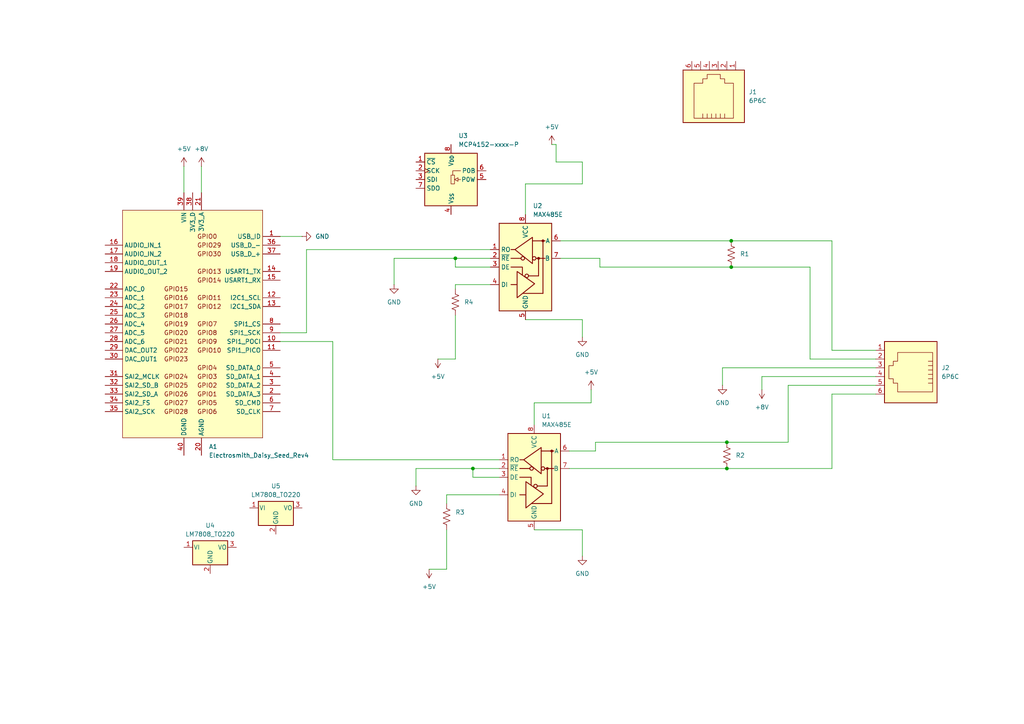
<source format=kicad_sch>
(kicad_sch
	(version 20250114)
	(generator "eeschema")
	(generator_version "9.0")
	(uuid "5047bcaa-a687-4caf-9783-c1a4f74131a1")
	(paper "A4")
	(lib_symbols
		(symbol "Connector:6P6C"
			(pin_names
				(offset 1.016)
			)
			(exclude_from_sim no)
			(in_bom yes)
			(on_board yes)
			(property "Reference" "J"
				(at -5.08 11.43 0)
				(effects
					(font
						(size 1.27 1.27)
					)
					(justify right)
				)
			)
			(property "Value" "6P6C"
				(at 2.54 11.43 0)
				(effects
					(font
						(size 1.27 1.27)
					)
					(justify left)
				)
			)
			(property "Footprint" ""
				(at 0 0.635 90)
				(effects
					(font
						(size 1.27 1.27)
					)
					(hide yes)
				)
			)
			(property "Datasheet" "~"
				(at 0 0.635 90)
				(effects
					(font
						(size 1.27 1.27)
					)
					(hide yes)
				)
			)
			(property "Description" "RJ connector, 6P6C (6 positions 6 connected), RJ12/RJ18/RJ25"
				(at 0 0 0)
				(effects
					(font
						(size 1.27 1.27)
					)
					(hide yes)
				)
			)
			(property "ki_keywords" "6P6C RJ socket connector"
				(at 0 0 0)
				(effects
					(font
						(size 1.27 1.27)
					)
					(hide yes)
				)
			)
			(property "ki_fp_filters" "6P6C* RJ12* RJ18* RJ25*"
				(at 0 0 0)
				(effects
					(font
						(size 1.27 1.27)
					)
					(hide yes)
				)
			)
			(symbol "6P6C_0_1"
				(polyline
					(pts
						(xy -6.35 3.175) (xy -5.08 3.175) (xy -5.08 3.175)
					)
					(stroke
						(width 0)
						(type default)
					)
					(fill
						(type none)
					)
				)
				(polyline
					(pts
						(xy -6.35 1.905) (xy -5.08 1.905) (xy -5.08 1.905)
					)
					(stroke
						(width 0)
						(type default)
					)
					(fill
						(type none)
					)
				)
				(polyline
					(pts
						(xy -6.35 0.635) (xy -5.08 0.635) (xy -5.08 0.635)
					)
					(stroke
						(width 0)
						(type default)
					)
					(fill
						(type none)
					)
				)
				(polyline
					(pts
						(xy -6.35 -0.635) (xy -5.08 -0.635) (xy -5.08 -0.635)
					)
					(stroke
						(width 0)
						(type default)
					)
					(fill
						(type none)
					)
				)
				(polyline
					(pts
						(xy -6.35 -1.905) (xy -5.08 -1.905) (xy -5.08 -1.905)
					)
					(stroke
						(width 0)
						(type default)
					)
					(fill
						(type none)
					)
				)
				(polyline
					(pts
						(xy -6.35 -4.445) (xy -6.35 6.985) (xy 3.81 6.985) (xy 3.81 4.445) (xy 5.08 4.445) (xy 5.08 3.175)
						(xy 6.35 3.175) (xy 6.35 -0.635) (xy 5.08 -0.635) (xy 5.08 -1.905) (xy 3.81 -1.905) (xy 3.81 -4.445)
						(xy -6.35 -4.445) (xy -6.35 -4.445)
					)
					(stroke
						(width 0)
						(type default)
					)
					(fill
						(type none)
					)
				)
				(polyline
					(pts
						(xy -5.08 4.445) (xy -6.35 4.445) (xy -6.35 4.445)
					)
					(stroke
						(width 0)
						(type default)
					)
					(fill
						(type none)
					)
				)
				(rectangle
					(start 7.62 10.16)
					(end -7.62 -7.62)
					(stroke
						(width 0.254)
						(type default)
					)
					(fill
						(type background)
					)
				)
			)
			(symbol "6P6C_1_1"
				(pin passive line
					(at 10.16 7.62 180)
					(length 2.54)
					(name "~"
						(effects
							(font
								(size 1.27 1.27)
							)
						)
					)
					(number "6"
						(effects
							(font
								(size 1.27 1.27)
							)
						)
					)
				)
				(pin passive line
					(at 10.16 5.08 180)
					(length 2.54)
					(name "~"
						(effects
							(font
								(size 1.27 1.27)
							)
						)
					)
					(number "5"
						(effects
							(font
								(size 1.27 1.27)
							)
						)
					)
				)
				(pin passive line
					(at 10.16 2.54 180)
					(length 2.54)
					(name "~"
						(effects
							(font
								(size 1.27 1.27)
							)
						)
					)
					(number "4"
						(effects
							(font
								(size 1.27 1.27)
							)
						)
					)
				)
				(pin passive line
					(at 10.16 0 180)
					(length 2.54)
					(name "~"
						(effects
							(font
								(size 1.27 1.27)
							)
						)
					)
					(number "3"
						(effects
							(font
								(size 1.27 1.27)
							)
						)
					)
				)
				(pin passive line
					(at 10.16 -2.54 180)
					(length 2.54)
					(name "~"
						(effects
							(font
								(size 1.27 1.27)
							)
						)
					)
					(number "2"
						(effects
							(font
								(size 1.27 1.27)
							)
						)
					)
				)
				(pin passive line
					(at 10.16 -5.08 180)
					(length 2.54)
					(name "~"
						(effects
							(font
								(size 1.27 1.27)
							)
						)
					)
					(number "1"
						(effects
							(font
								(size 1.27 1.27)
							)
						)
					)
				)
			)
			(embedded_fonts no)
		)
		(symbol "Device:R_US"
			(pin_numbers
				(hide yes)
			)
			(pin_names
				(offset 0)
			)
			(exclude_from_sim no)
			(in_bom yes)
			(on_board yes)
			(property "Reference" "R"
				(at 2.54 0 90)
				(effects
					(font
						(size 1.27 1.27)
					)
				)
			)
			(property "Value" "R_US"
				(at -2.54 0 90)
				(effects
					(font
						(size 1.27 1.27)
					)
				)
			)
			(property "Footprint" ""
				(at 1.016 -0.254 90)
				(effects
					(font
						(size 1.27 1.27)
					)
					(hide yes)
				)
			)
			(property "Datasheet" "~"
				(at 0 0 0)
				(effects
					(font
						(size 1.27 1.27)
					)
					(hide yes)
				)
			)
			(property "Description" "Resistor, US symbol"
				(at 0 0 0)
				(effects
					(font
						(size 1.27 1.27)
					)
					(hide yes)
				)
			)
			(property "ki_keywords" "R res resistor"
				(at 0 0 0)
				(effects
					(font
						(size 1.27 1.27)
					)
					(hide yes)
				)
			)
			(property "ki_fp_filters" "R_*"
				(at 0 0 0)
				(effects
					(font
						(size 1.27 1.27)
					)
					(hide yes)
				)
			)
			(symbol "R_US_0_1"
				(polyline
					(pts
						(xy 0 2.286) (xy 0 2.54)
					)
					(stroke
						(width 0)
						(type default)
					)
					(fill
						(type none)
					)
				)
				(polyline
					(pts
						(xy 0 2.286) (xy 1.016 1.905) (xy 0 1.524) (xy -1.016 1.143) (xy 0 0.762)
					)
					(stroke
						(width 0)
						(type default)
					)
					(fill
						(type none)
					)
				)
				(polyline
					(pts
						(xy 0 0.762) (xy 1.016 0.381) (xy 0 0) (xy -1.016 -0.381) (xy 0 -0.762)
					)
					(stroke
						(width 0)
						(type default)
					)
					(fill
						(type none)
					)
				)
				(polyline
					(pts
						(xy 0 -0.762) (xy 1.016 -1.143) (xy 0 -1.524) (xy -1.016 -1.905) (xy 0 -2.286)
					)
					(stroke
						(width 0)
						(type default)
					)
					(fill
						(type none)
					)
				)
				(polyline
					(pts
						(xy 0 -2.286) (xy 0 -2.54)
					)
					(stroke
						(width 0)
						(type default)
					)
					(fill
						(type none)
					)
				)
			)
			(symbol "R_US_1_1"
				(pin passive line
					(at 0 3.81 270)
					(length 1.27)
					(name "~"
						(effects
							(font
								(size 1.27 1.27)
							)
						)
					)
					(number "1"
						(effects
							(font
								(size 1.27 1.27)
							)
						)
					)
				)
				(pin passive line
					(at 0 -3.81 90)
					(length 1.27)
					(name "~"
						(effects
							(font
								(size 1.27 1.27)
							)
						)
					)
					(number "2"
						(effects
							(font
								(size 1.27 1.27)
							)
						)
					)
				)
			)
			(embedded_fonts no)
		)
		(symbol "Interface_UART:MAX485E"
			(exclude_from_sim no)
			(in_bom yes)
			(on_board yes)
			(property "Reference" "U"
				(at -6.985 13.97 0)
				(effects
					(font
						(size 1.27 1.27)
					)
				)
			)
			(property "Value" "MAX485E"
				(at 1.905 13.97 0)
				(effects
					(font
						(size 1.27 1.27)
					)
					(justify left)
				)
			)
			(property "Footprint" "Package_SO:SOIC-8_3.9x4.9mm_P1.27mm"
				(at 0 -22.86 0)
				(effects
					(font
						(size 1.27 1.27)
					)
					(hide yes)
				)
			)
			(property "Datasheet" "https://datasheets.maximintegrated.com/en/ds/MAX1487E-MAX491E.pdf"
				(at 0 1.27 0)
				(effects
					(font
						(size 1.27 1.27)
					)
					(hide yes)
				)
			)
			(property "Description" "Half duplex RS-485/RS-422, 2.5 Mbps, ±15kV electro-static discharge (ESD) protection, no slew-rate, no low-power shutdown, with receiver/driver enable, 32 receiver drive capability, DIP-8 and SOIC-8"
				(at 0 0 0)
				(effects
					(font
						(size 1.27 1.27)
					)
					(hide yes)
				)
			)
			(property "ki_keywords" "transceiver"
				(at 0 0 0)
				(effects
					(font
						(size 1.27 1.27)
					)
					(hide yes)
				)
			)
			(property "ki_fp_filters" "DIP*W7.62mm* SOIC*3.9x4.9mm*P1.27mm*"
				(at 0 0 0)
				(effects
					(font
						(size 1.27 1.27)
					)
					(hide yes)
				)
			)
			(symbol "MAX485E_0_1"
				(rectangle
					(start -7.62 12.7)
					(end 7.62 -12.7)
					(stroke
						(width 0.254)
						(type default)
					)
					(fill
						(type background)
					)
				)
				(polyline
					(pts
						(xy -4.191 2.54) (xy -1.27 2.54)
					)
					(stroke
						(width 0.254)
						(type default)
					)
					(fill
						(type none)
					)
				)
				(polyline
					(pts
						(xy -4.191 0) (xy -0.889 0) (xy -0.889 -2.286)
					)
					(stroke
						(width 0.254)
						(type default)
					)
					(fill
						(type none)
					)
				)
				(polyline
					(pts
						(xy -3.175 5.08) (xy -4.191 5.08) (xy -4.064 5.08)
					)
					(stroke
						(width 0.254)
						(type default)
					)
					(fill
						(type none)
					)
				)
				(polyline
					(pts
						(xy -2.54 -5.08) (xy -4.191 -5.08)
					)
					(stroke
						(width 0.254)
						(type default)
					)
					(fill
						(type none)
					)
				)
				(polyline
					(pts
						(xy -2.413 -5.08) (xy -2.413 -1.27) (xy 2.667 -4.826) (xy -2.413 -8.89) (xy -2.413 -5.08)
					)
					(stroke
						(width 0.254)
						(type default)
					)
					(fill
						(type none)
					)
				)
				(polyline
					(pts
						(xy -0.635 -7.62) (xy 5.08 -7.62)
					)
					(stroke
						(width 0.254)
						(type default)
					)
					(fill
						(type none)
					)
				)
				(circle
					(center 0.381 -2.54)
					(radius 0.508)
					(stroke
						(width 0.254)
						(type default)
					)
					(fill
						(type none)
					)
				)
				(polyline
					(pts
						(xy 0.889 -2.54) (xy 3.81 -2.54)
					)
					(stroke
						(width 0.254)
						(type default)
					)
					(fill
						(type none)
					)
				)
				(polyline
					(pts
						(xy 2.032 7.62) (xy 5.715 7.62)
					)
					(stroke
						(width 0.254)
						(type default)
					)
					(fill
						(type none)
					)
				)
				(polyline
					(pts
						(xy 3.048 2.54) (xy 5.715 2.54)
					)
					(stroke
						(width 0.254)
						(type default)
					)
					(fill
						(type none)
					)
				)
				(circle
					(center 3.81 2.54)
					(radius 0.2794)
					(stroke
						(width 0.254)
						(type default)
					)
					(fill
						(type outline)
					)
				)
				(polyline
					(pts
						(xy 3.81 -2.54) (xy 3.81 2.54)
					)
					(stroke
						(width 0.254)
						(type default)
					)
					(fill
						(type none)
					)
				)
				(polyline
					(pts
						(xy 5.08 -7.62) (xy 5.08 7.62)
					)
					(stroke
						(width 0.254)
						(type default)
					)
					(fill
						(type none)
					)
				)
			)
			(symbol "MAX485E_1_1"
				(circle
					(center -0.762 2.54)
					(radius 0.508)
					(stroke
						(width 0.254)
						(type default)
					)
					(fill
						(type none)
					)
				)
				(polyline
					(pts
						(xy 2.032 4.826) (xy 2.032 8.636) (xy -3.048 5.08) (xy 2.032 1.016) (xy 2.032 4.826)
					)
					(stroke
						(width 0.254)
						(type default)
					)
					(fill
						(type none)
					)
				)
				(circle
					(center 2.54 2.54)
					(radius 0.508)
					(stroke
						(width 0.254)
						(type default)
					)
					(fill
						(type none)
					)
				)
				(circle
					(center 5.08 7.62)
					(radius 0.2794)
					(stroke
						(width 0.254)
						(type default)
					)
					(fill
						(type outline)
					)
				)
				(pin output line
					(at -10.16 5.08 0)
					(length 2.54)
					(name "RO"
						(effects
							(font
								(size 1.27 1.27)
							)
						)
					)
					(number "1"
						(effects
							(font
								(size 1.27 1.27)
							)
						)
					)
				)
				(pin input line
					(at -10.16 2.54 0)
					(length 2.54)
					(name "~{RE}"
						(effects
							(font
								(size 1.27 1.27)
							)
						)
					)
					(number "2"
						(effects
							(font
								(size 1.27 1.27)
							)
						)
					)
				)
				(pin input line
					(at -10.16 0 0)
					(length 2.54)
					(name "DE"
						(effects
							(font
								(size 1.27 1.27)
							)
						)
					)
					(number "3"
						(effects
							(font
								(size 1.27 1.27)
							)
						)
					)
				)
				(pin input line
					(at -10.16 -5.08 0)
					(length 2.54)
					(name "DI"
						(effects
							(font
								(size 1.27 1.27)
							)
						)
					)
					(number "4"
						(effects
							(font
								(size 1.27 1.27)
							)
						)
					)
				)
				(pin power_in line
					(at 0 15.24 270)
					(length 2.54)
					(name "VCC"
						(effects
							(font
								(size 1.27 1.27)
							)
						)
					)
					(number "8"
						(effects
							(font
								(size 1.27 1.27)
							)
						)
					)
				)
				(pin power_in line
					(at 0 -15.24 90)
					(length 2.54)
					(name "GND"
						(effects
							(font
								(size 1.27 1.27)
							)
						)
					)
					(number "5"
						(effects
							(font
								(size 1.27 1.27)
							)
						)
					)
				)
				(pin bidirectional line
					(at 10.16 7.62 180)
					(length 2.54)
					(name "A"
						(effects
							(font
								(size 1.27 1.27)
							)
						)
					)
					(number "6"
						(effects
							(font
								(size 1.27 1.27)
							)
						)
					)
				)
				(pin bidirectional line
					(at 10.16 2.54 180)
					(length 2.54)
					(name "B"
						(effects
							(font
								(size 1.27 1.27)
							)
						)
					)
					(number "7"
						(effects
							(font
								(size 1.27 1.27)
							)
						)
					)
				)
			)
			(embedded_fonts no)
		)
		(symbol "MCU_Module:Electrosmith_Daisy_Seed_Rev4"
			(exclude_from_sim no)
			(in_bom yes)
			(on_board yes)
			(property "Reference" "A"
				(at -20.32 34.29 0)
				(effects
					(font
						(size 1.27 1.27)
					)
					(justify left)
				)
			)
			(property "Value" "Electrosmith_Daisy_Seed_Rev4"
				(at 33.02 34.29 0)
				(effects
					(font
						(size 1.27 1.27)
					)
					(justify right)
				)
			)
			(property "Footprint" "Module:Electrosmith_Daisy_Seed"
				(at 19.05 -35.56 0)
				(effects
					(font
						(size 1.27 1.27)
					)
					(hide yes)
				)
			)
			(property "Datasheet" "https://static1.squarespace.com/static/58d03fdc1b10e3bf442567b8/t/6227e6236f02fb68d1577146/1646781988478/Daisy_Seed_datasheet_v1.0.3.pdf"
				(at 77.47 -38.1 0)
				(effects
					(font
						(size 1.27 1.27)
					)
					(hide yes)
				)
			)
			(property "Description" "Daisy is an embedded platform for music."
				(at 0 0 0)
				(effects
					(font
						(size 1.27 1.27)
					)
					(hide yes)
				)
			)
			(property "ki_keywords" "Electrosmith Daisy Seed Microcontroller Module ARM Cortex-M7"
				(at 0 0 0)
				(effects
					(font
						(size 1.27 1.27)
					)
					(hide yes)
				)
			)
			(property "ki_fp_filters" "Electrosmith*Daisy*Seed*"
				(at 0 0 0)
				(effects
					(font
						(size 1.27 1.27)
					)
					(hide yes)
				)
			)
			(symbol "Electrosmith_Daisy_Seed_Rev4_0_0"
				(text "GPIO15"
					(at -1.27 10.16 0)
					(effects
						(font
							(size 1.27 1.27)
						)
						(justify right)
					)
				)
				(text "GPIO16"
					(at -1.27 7.62 0)
					(effects
						(font
							(size 1.27 1.27)
						)
						(justify right)
					)
				)
				(text "GPIO17"
					(at -1.27 5.08 0)
					(effects
						(font
							(size 1.27 1.27)
						)
						(justify right)
					)
				)
				(text "GPIO18"
					(at -1.27 2.54 0)
					(effects
						(font
							(size 1.27 1.27)
						)
						(justify right)
					)
				)
				(text "GPIO19"
					(at -1.27 0 0)
					(effects
						(font
							(size 1.27 1.27)
						)
						(justify right)
					)
				)
				(text "GPIO20"
					(at -1.27 -2.54 0)
					(effects
						(font
							(size 1.27 1.27)
						)
						(justify right)
					)
				)
				(text "GPIO21"
					(at -1.27 -5.08 0)
					(effects
						(font
							(size 1.27 1.27)
						)
						(justify right)
					)
				)
				(text "GPIO22"
					(at -1.27 -7.62 0)
					(effects
						(font
							(size 1.27 1.27)
						)
						(justify right)
					)
				)
				(text "GPIO23"
					(at -1.27 -10.16 0)
					(effects
						(font
							(size 1.27 1.27)
						)
						(justify right)
					)
				)
				(text "GPIO24"
					(at -1.27 -15.24 0)
					(effects
						(font
							(size 1.27 1.27)
						)
						(justify right)
					)
				)
				(text "GPIO25"
					(at -1.27 -17.78 0)
					(effects
						(font
							(size 1.27 1.27)
						)
						(justify right)
					)
				)
				(text "GPIO26"
					(at -1.27 -20.32 0)
					(effects
						(font
							(size 1.27 1.27)
						)
						(justify right)
					)
				)
				(text "GPIO27"
					(at -1.27 -22.86 0)
					(effects
						(font
							(size 1.27 1.27)
						)
						(justify right)
					)
				)
				(text "GPIO28"
					(at -1.27 -25.4 0)
					(effects
						(font
							(size 1.27 1.27)
						)
						(justify right)
					)
				)
				(text "GPIO0"
					(at 1.27 25.4 0)
					(effects
						(font
							(size 1.27 1.27)
						)
						(justify left)
					)
				)
				(text "GPIO29"
					(at 1.27 22.86 0)
					(effects
						(font
							(size 1.27 1.27)
						)
						(justify left)
					)
				)
				(text "GPIO30"
					(at 1.27 20.32 0)
					(effects
						(font
							(size 1.27 1.27)
						)
						(justify left)
					)
				)
				(text "GPIO13"
					(at 1.27 15.24 0)
					(effects
						(font
							(size 1.27 1.27)
						)
						(justify left)
					)
				)
				(text "GPIO14"
					(at 1.27 12.7 0)
					(effects
						(font
							(size 1.27 1.27)
						)
						(justify left)
					)
				)
				(text "GPIO11"
					(at 1.27 7.62 0)
					(effects
						(font
							(size 1.27 1.27)
						)
						(justify left)
					)
				)
				(text "GPIO12"
					(at 1.27 5.08 0)
					(effects
						(font
							(size 1.27 1.27)
						)
						(justify left)
					)
				)
				(text "GPIO7"
					(at 1.27 0 0)
					(effects
						(font
							(size 1.27 1.27)
						)
						(justify left)
					)
				)
				(text "GPIO8"
					(at 1.27 -2.54 0)
					(effects
						(font
							(size 1.27 1.27)
						)
						(justify left)
					)
				)
				(text "GPIO9"
					(at 1.27 -5.08 0)
					(effects
						(font
							(size 1.27 1.27)
						)
						(justify left)
					)
				)
				(text "GPIO10"
					(at 1.27 -7.62 0)
					(effects
						(font
							(size 1.27 1.27)
						)
						(justify left)
					)
				)
				(text "GPIO4"
					(at 1.27 -12.7 0)
					(effects
						(font
							(size 1.27 1.27)
						)
						(justify left)
					)
				)
				(text "GPIO3"
					(at 1.27 -15.24 0)
					(effects
						(font
							(size 1.27 1.27)
						)
						(justify left)
					)
				)
				(text "GPIO2"
					(at 1.27 -17.78 0)
					(effects
						(font
							(size 1.27 1.27)
						)
						(justify left)
					)
				)
				(text "GPIO1"
					(at 1.27 -20.32 0)
					(effects
						(font
							(size 1.27 1.27)
						)
						(justify left)
					)
				)
				(text "GPIO5"
					(at 1.27 -22.86 0)
					(effects
						(font
							(size 1.27 1.27)
						)
						(justify left)
					)
				)
				(text "GPIO6"
					(at 1.27 -25.4 0)
					(effects
						(font
							(size 1.27 1.27)
						)
						(justify left)
					)
				)
				(pin input line
					(at -25.4 22.86 0)
					(length 5.08)
					(name "AUDIO_IN_1"
						(effects
							(font
								(size 1.27 1.27)
							)
						)
					)
					(number "16"
						(effects
							(font
								(size 1.27 1.27)
							)
						)
					)
				)
				(pin input line
					(at -25.4 20.32 0)
					(length 5.08)
					(name "AUDIO_IN_2"
						(effects
							(font
								(size 1.27 1.27)
							)
						)
					)
					(number "17"
						(effects
							(font
								(size 1.27 1.27)
							)
						)
					)
				)
				(pin output line
					(at -25.4 17.78 0)
					(length 5.08)
					(name "AUDIO_OUT_1"
						(effects
							(font
								(size 1.27 1.27)
							)
						)
					)
					(number "18"
						(effects
							(font
								(size 1.27 1.27)
							)
						)
					)
				)
				(pin output line
					(at -25.4 15.24 0)
					(length 5.08)
					(name "AUDIO_OUT_2"
						(effects
							(font
								(size 1.27 1.27)
							)
						)
					)
					(number "19"
						(effects
							(font
								(size 1.27 1.27)
							)
						)
					)
				)
				(pin bidirectional line
					(at -25.4 10.16 0)
					(length 5.08)
					(name "ADC_0"
						(effects
							(font
								(size 1.27 1.27)
							)
						)
					)
					(number "22"
						(effects
							(font
								(size 1.27 1.27)
							)
						)
					)
				)
				(pin bidirectional line
					(at -25.4 7.62 0)
					(length 5.08)
					(name "ADC_1"
						(effects
							(font
								(size 1.27 1.27)
							)
						)
					)
					(number "23"
						(effects
							(font
								(size 1.27 1.27)
							)
						)
					)
				)
				(pin bidirectional line
					(at -25.4 5.08 0)
					(length 5.08)
					(name "ADC_2"
						(effects
							(font
								(size 1.27 1.27)
							)
						)
					)
					(number "24"
						(effects
							(font
								(size 1.27 1.27)
							)
						)
					)
				)
				(pin bidirectional line
					(at -25.4 2.54 0)
					(length 5.08)
					(name "ADC_3"
						(effects
							(font
								(size 1.27 1.27)
							)
						)
					)
					(number "25"
						(effects
							(font
								(size 1.27 1.27)
							)
						)
					)
				)
				(pin bidirectional line
					(at -25.4 0 0)
					(length 5.08)
					(name "ADC_4"
						(effects
							(font
								(size 1.27 1.27)
							)
						)
					)
					(number "26"
						(effects
							(font
								(size 1.27 1.27)
							)
						)
					)
				)
				(pin bidirectional line
					(at -25.4 -2.54 0)
					(length 5.08)
					(name "ADC_5"
						(effects
							(font
								(size 1.27 1.27)
							)
						)
					)
					(number "27"
						(effects
							(font
								(size 1.27 1.27)
							)
						)
					)
				)
				(pin bidirectional line
					(at -25.4 -5.08 0)
					(length 5.08)
					(name "ADC_6"
						(effects
							(font
								(size 1.27 1.27)
							)
						)
					)
					(number "28"
						(effects
							(font
								(size 1.27 1.27)
							)
						)
					)
				)
				(pin bidirectional line
					(at -25.4 -7.62 0)
					(length 5.08)
					(name "DAC_OUT2"
						(effects
							(font
								(size 1.27 1.27)
							)
						)
					)
					(number "29"
						(effects
							(font
								(size 1.27 1.27)
							)
						)
					)
				)
				(pin bidirectional line
					(at -25.4 -10.16 0)
					(length 5.08)
					(name "DAC_OUT1"
						(effects
							(font
								(size 1.27 1.27)
							)
						)
					)
					(number "30"
						(effects
							(font
								(size 1.27 1.27)
							)
						)
					)
				)
				(pin bidirectional line
					(at -25.4 -15.24 0)
					(length 5.08)
					(name "SAI2_MCLK"
						(effects
							(font
								(size 1.27 1.27)
							)
						)
					)
					(number "31"
						(effects
							(font
								(size 1.27 1.27)
							)
						)
					)
				)
				(pin bidirectional line
					(at -25.4 -17.78 0)
					(length 5.08)
					(name "SAI2_SD_B"
						(effects
							(font
								(size 1.27 1.27)
							)
						)
					)
					(number "32"
						(effects
							(font
								(size 1.27 1.27)
							)
						)
					)
				)
				(pin bidirectional line
					(at -25.4 -20.32 0)
					(length 5.08)
					(name "SAI2_SD_A"
						(effects
							(font
								(size 1.27 1.27)
							)
						)
					)
					(number "33"
						(effects
							(font
								(size 1.27 1.27)
							)
						)
					)
				)
				(pin bidirectional line
					(at -25.4 -22.86 0)
					(length 5.08)
					(name "SAI2_FS"
						(effects
							(font
								(size 1.27 1.27)
							)
						)
					)
					(number "34"
						(effects
							(font
								(size 1.27 1.27)
							)
						)
					)
				)
				(pin bidirectional line
					(at -25.4 -25.4 0)
					(length 5.08)
					(name "SAI2_SCK"
						(effects
							(font
								(size 1.27 1.27)
							)
						)
					)
					(number "35"
						(effects
							(font
								(size 1.27 1.27)
							)
						)
					)
				)
				(pin power_in line
					(at -2.54 38.1 270)
					(length 5.08)
					(name "VIN"
						(effects
							(font
								(size 1.27 1.27)
							)
						)
					)
					(number "39"
						(effects
							(font
								(size 1.27 1.27)
							)
						)
					)
				)
				(pin power_in line
					(at -2.54 -38.1 90)
					(length 5.08)
					(name "DGND"
						(effects
							(font
								(size 1.27 1.27)
							)
						)
					)
					(number "40"
						(effects
							(font
								(size 1.27 1.27)
							)
						)
					)
				)
				(pin power_out line
					(at 0 38.1 270)
					(length 5.08)
					(name "3V3_D"
						(effects
							(font
								(size 1.27 1.27)
							)
						)
					)
					(number "38"
						(effects
							(font
								(size 1.27 1.27)
							)
						)
					)
				)
				(pin power_out line
					(at 2.54 38.1 270)
					(length 5.08)
					(name "3V3_A"
						(effects
							(font
								(size 1.27 1.27)
							)
						)
					)
					(number "21"
						(effects
							(font
								(size 1.27 1.27)
							)
						)
					)
				)
				(pin power_in line
					(at 2.54 -38.1 90)
					(length 5.08)
					(name "AGND"
						(effects
							(font
								(size 1.27 1.27)
							)
						)
					)
					(number "20"
						(effects
							(font
								(size 1.27 1.27)
							)
						)
					)
				)
				(pin bidirectional line
					(at 25.4 25.4 180)
					(length 5.08)
					(name "USB_ID"
						(effects
							(font
								(size 1.27 1.27)
							)
						)
					)
					(number "1"
						(effects
							(font
								(size 1.27 1.27)
							)
						)
					)
				)
				(pin bidirectional line
					(at 25.4 22.86 180)
					(length 5.08)
					(name "USB_D_-"
						(effects
							(font
								(size 1.27 1.27)
							)
						)
					)
					(number "36"
						(effects
							(font
								(size 1.27 1.27)
							)
						)
					)
				)
				(pin bidirectional line
					(at 25.4 20.32 180)
					(length 5.08)
					(name "USB_D_+"
						(effects
							(font
								(size 1.27 1.27)
							)
						)
					)
					(number "37"
						(effects
							(font
								(size 1.27 1.27)
							)
						)
					)
				)
				(pin bidirectional line
					(at 25.4 15.24 180)
					(length 5.08)
					(name "USART1_TX"
						(effects
							(font
								(size 1.27 1.27)
							)
						)
					)
					(number "14"
						(effects
							(font
								(size 1.27 1.27)
							)
						)
					)
				)
				(pin bidirectional line
					(at 25.4 12.7 180)
					(length 5.08)
					(name "USART1_RX"
						(effects
							(font
								(size 1.27 1.27)
							)
						)
					)
					(number "15"
						(effects
							(font
								(size 1.27 1.27)
							)
						)
					)
				)
				(pin bidirectional line
					(at 25.4 7.62 180)
					(length 5.08)
					(name "I2C1_SCL"
						(effects
							(font
								(size 1.27 1.27)
							)
						)
					)
					(number "12"
						(effects
							(font
								(size 1.27 1.27)
							)
						)
					)
				)
				(pin bidirectional line
					(at 25.4 5.08 180)
					(length 5.08)
					(name "I2C1_SDA"
						(effects
							(font
								(size 1.27 1.27)
							)
						)
					)
					(number "13"
						(effects
							(font
								(size 1.27 1.27)
							)
						)
					)
				)
				(pin bidirectional line
					(at 25.4 0 180)
					(length 5.08)
					(name "SPI1_CS"
						(effects
							(font
								(size 1.27 1.27)
							)
						)
					)
					(number "8"
						(effects
							(font
								(size 1.27 1.27)
							)
						)
					)
				)
				(pin bidirectional line
					(at 25.4 -2.54 180)
					(length 5.08)
					(name "SPI1_SCK"
						(effects
							(font
								(size 1.27 1.27)
							)
						)
					)
					(number "9"
						(effects
							(font
								(size 1.27 1.27)
							)
						)
					)
				)
				(pin bidirectional line
					(at 25.4 -5.08 180)
					(length 5.08)
					(name "SPI1_POCI"
						(effects
							(font
								(size 1.27 1.27)
							)
						)
					)
					(number "10"
						(effects
							(font
								(size 1.27 1.27)
							)
						)
					)
				)
				(pin bidirectional line
					(at 25.4 -7.62 180)
					(length 5.08)
					(name "SPI1_PICO"
						(effects
							(font
								(size 1.27 1.27)
							)
						)
					)
					(number "11"
						(effects
							(font
								(size 1.27 1.27)
							)
						)
					)
				)
				(pin bidirectional line
					(at 25.4 -12.7 180)
					(length 5.08)
					(name "SD_DATA_0"
						(effects
							(font
								(size 1.27 1.27)
							)
						)
					)
					(number "5"
						(effects
							(font
								(size 1.27 1.27)
							)
						)
					)
				)
				(pin bidirectional line
					(at 25.4 -15.24 180)
					(length 5.08)
					(name "SD_DATA_1"
						(effects
							(font
								(size 1.27 1.27)
							)
						)
					)
					(number "4"
						(effects
							(font
								(size 1.27 1.27)
							)
						)
					)
				)
				(pin bidirectional line
					(at 25.4 -17.78 180)
					(length 5.08)
					(name "SD_DATA_2"
						(effects
							(font
								(size 1.27 1.27)
							)
						)
					)
					(number "3"
						(effects
							(font
								(size 1.27 1.27)
							)
						)
					)
				)
				(pin bidirectional line
					(at 25.4 -20.32 180)
					(length 5.08)
					(name "SD_DATA_3"
						(effects
							(font
								(size 1.27 1.27)
							)
						)
					)
					(number "2"
						(effects
							(font
								(size 1.27 1.27)
							)
						)
					)
				)
				(pin bidirectional line
					(at 25.4 -22.86 180)
					(length 5.08)
					(name "SD_CMD"
						(effects
							(font
								(size 1.27 1.27)
							)
						)
					)
					(number "6"
						(effects
							(font
								(size 1.27 1.27)
							)
						)
					)
				)
				(pin bidirectional line
					(at 25.4 -25.4 180)
					(length 5.08)
					(name "SD_CLK"
						(effects
							(font
								(size 1.27 1.27)
							)
						)
					)
					(number "7"
						(effects
							(font
								(size 1.27 1.27)
							)
						)
					)
				)
			)
			(symbol "Electrosmith_Daisy_Seed_Rev4_0_1"
				(rectangle
					(start -20.32 33.02)
					(end 20.32 -33.02)
					(stroke
						(width 0)
						(type default)
					)
					(fill
						(type background)
					)
				)
			)
			(embedded_fonts no)
		)
		(symbol "Potentiometer_Digital:MCP4152-xxxx-P"
			(exclude_from_sim no)
			(in_bom yes)
			(on_board yes)
			(property "Reference" "U"
				(at 2.54 11.43 0)
				(effects
					(font
						(size 1.27 1.27)
					)
					(justify left)
				)
			)
			(property "Value" "MCP4152-xxxx-P"
				(at 2.54 8.89 0)
				(effects
					(font
						(size 1.27 1.27)
					)
					(justify left)
				)
			)
			(property "Footprint" "Package_DIP:DIP-8_W7.62mm"
				(at 0 -20.32 0)
				(effects
					(font
						(size 1.27 1.27)
					)
					(hide yes)
				)
			)
			(property "Datasheet" "https://ww1.microchip.com/downloads/aemDocuments/documents/OTH/ProductDocuments/DataSheets/22060b.pdf"
				(at 0 -22.86 0)
				(effects
					(font
						(size 1.27 1.27)
					)
					(hide yes)
				)
			)
			(property "Description" "Single Digital Rheostat, SPI interface, 257 taps, 5/10/50/100 kohm, volatile memory"
				(at 0 -25.4 0)
				(effects
					(font
						(size 1.27 1.27)
					)
					(hide yes)
				)
			)
			(property "ki_keywords" "potentiometer digipot RAM 8-bit 8bit"
				(at 0 0 0)
				(effects
					(font
						(size 1.27 1.27)
					)
					(hide yes)
				)
			)
			(property "ki_fp_filters" "DIP?8*W7.62mm*"
				(at 0 0 0)
				(effects
					(font
						(size 1.27 1.27)
					)
					(hide yes)
				)
			)
			(symbol "MCP4152-xxxx-P_0_0"
				(pin input line
					(at -10.16 5.08 0)
					(length 2.54)
					(name "~{CS}"
						(effects
							(font
								(size 1.27 1.27)
							)
						)
					)
					(number "1"
						(effects
							(font
								(size 1.27 1.27)
							)
						)
					)
				)
				(pin input clock
					(at -10.16 2.54 0)
					(length 2.54)
					(name "SCK"
						(effects
							(font
								(size 1.27 1.27)
							)
						)
					)
					(number "2"
						(effects
							(font
								(size 1.27 1.27)
							)
						)
					)
				)
				(pin power_in line
					(at 0 10.16 270)
					(length 2.54)
					(name "V_{DD}"
						(effects
							(font
								(size 1.27 1.27)
							)
						)
					)
					(number "8"
						(effects
							(font
								(size 1.27 1.27)
							)
						)
					)
				)
				(pin power_in line
					(at 0 -10.16 90)
					(length 2.54)
					(name "V_{SS}"
						(effects
							(font
								(size 1.27 1.27)
							)
						)
					)
					(number "4"
						(effects
							(font
								(size 1.27 1.27)
							)
						)
					)
				)
			)
			(symbol "MCP4152-xxxx-P_0_1"
				(rectangle
					(start 0 1.27)
					(end 1.016 -1.27)
					(stroke
						(width 0)
						(type default)
					)
					(fill
						(type none)
					)
				)
				(polyline
					(pts
						(xy 2.032 0.508) (xy 1.016 0) (xy 2.032 -0.508) (xy 2.032 0.508)
					)
					(stroke
						(width 0)
						(type default)
					)
					(fill
						(type none)
					)
				)
				(polyline
					(pts
						(xy 2.032 0) (xy 2.794 0)
					)
					(stroke
						(width 0)
						(type default)
					)
					(fill
						(type none)
					)
				)
				(polyline
					(pts
						(xy 2.794 2.54) (xy 0.508 2.54) (xy 0.508 1.27)
					)
					(stroke
						(width 0)
						(type default)
					)
					(fill
						(type none)
					)
				)
			)
			(symbol "MCP4152-xxxx-P_1_0"
				(pin input line
					(at -10.16 0 0)
					(length 2.54)
					(name "SDI"
						(effects
							(font
								(size 1.27 1.27)
							)
						)
					)
					(number "3"
						(effects
							(font
								(size 1.27 1.27)
							)
						)
					)
				)
				(pin output line
					(at -10.16 -2.54 0)
					(length 2.54)
					(name "SDO"
						(effects
							(font
								(size 1.27 1.27)
							)
						)
					)
					(number "7"
						(effects
							(font
								(size 1.27 1.27)
							)
						)
					)
				)
				(pin passive line
					(at 10.16 2.54 180)
					(length 2.54)
					(name "P0B"
						(effects
							(font
								(size 1.27 1.27)
							)
						)
					)
					(number "6"
						(effects
							(font
								(size 1.27 1.27)
							)
						)
					)
				)
				(pin passive line
					(at 10.16 0 180)
					(length 2.54)
					(name "P0W"
						(effects
							(font
								(size 1.27 1.27)
							)
						)
					)
					(number "5"
						(effects
							(font
								(size 1.27 1.27)
							)
						)
					)
				)
			)
			(symbol "MCP4152-xxxx-P_1_1"
				(rectangle
					(start -7.62 7.62)
					(end 7.62 -7.62)
					(stroke
						(width 0.254)
						(type default)
					)
					(fill
						(type background)
					)
				)
			)
			(embedded_fonts no)
		)
		(symbol "Regulator_Linear:LM7808_TO220"
			(pin_names
				(offset 0.254)
			)
			(exclude_from_sim no)
			(in_bom yes)
			(on_board yes)
			(property "Reference" "U"
				(at -3.81 3.175 0)
				(effects
					(font
						(size 1.27 1.27)
					)
				)
			)
			(property "Value" "LM7808_TO220"
				(at 0 3.175 0)
				(effects
					(font
						(size 1.27 1.27)
					)
					(justify left)
				)
			)
			(property "Footprint" "Package_TO_SOT_THT:TO-220-3_Vertical"
				(at 0 5.715 0)
				(effects
					(font
						(size 1.27 1.27)
						(italic yes)
					)
					(hide yes)
				)
			)
			(property "Datasheet" "https://www.onsemi.cn/PowerSolutions/document/MC7800-D.PDF"
				(at 0 -1.27 0)
				(effects
					(font
						(size 1.27 1.27)
					)
					(hide yes)
				)
			)
			(property "Description" "Positive 1A 35V Linear Regulator, Fixed Output 8V, TO-220"
				(at 0 0 0)
				(effects
					(font
						(size 1.27 1.27)
					)
					(hide yes)
				)
			)
			(property "ki_keywords" "Voltage Regulator 1A Positive"
				(at 0 0 0)
				(effects
					(font
						(size 1.27 1.27)
					)
					(hide yes)
				)
			)
			(property "ki_fp_filters" "TO?220*"
				(at 0 0 0)
				(effects
					(font
						(size 1.27 1.27)
					)
					(hide yes)
				)
			)
			(symbol "LM7808_TO220_0_1"
				(rectangle
					(start -5.08 1.905)
					(end 5.08 -5.08)
					(stroke
						(width 0.254)
						(type default)
					)
					(fill
						(type background)
					)
				)
			)
			(symbol "LM7808_TO220_1_1"
				(pin power_in line
					(at -7.62 0 0)
					(length 2.54)
					(name "VI"
						(effects
							(font
								(size 1.27 1.27)
							)
						)
					)
					(number "1"
						(effects
							(font
								(size 1.27 1.27)
							)
						)
					)
				)
				(pin power_in line
					(at 0 -7.62 90)
					(length 2.54)
					(name "GND"
						(effects
							(font
								(size 1.27 1.27)
							)
						)
					)
					(number "2"
						(effects
							(font
								(size 1.27 1.27)
							)
						)
					)
				)
				(pin power_out line
					(at 7.62 0 180)
					(length 2.54)
					(name "VO"
						(effects
							(font
								(size 1.27 1.27)
							)
						)
					)
					(number "3"
						(effects
							(font
								(size 1.27 1.27)
							)
						)
					)
				)
			)
			(embedded_fonts no)
		)
		(symbol "power:+5V"
			(power)
			(pin_numbers
				(hide yes)
			)
			(pin_names
				(offset 0)
				(hide yes)
			)
			(exclude_from_sim no)
			(in_bom yes)
			(on_board yes)
			(property "Reference" "#PWR"
				(at 0 -3.81 0)
				(effects
					(font
						(size 1.27 1.27)
					)
					(hide yes)
				)
			)
			(property "Value" "+5V"
				(at 0 3.556 0)
				(effects
					(font
						(size 1.27 1.27)
					)
				)
			)
			(property "Footprint" ""
				(at 0 0 0)
				(effects
					(font
						(size 1.27 1.27)
					)
					(hide yes)
				)
			)
			(property "Datasheet" ""
				(at 0 0 0)
				(effects
					(font
						(size 1.27 1.27)
					)
					(hide yes)
				)
			)
			(property "Description" "Power symbol creates a global label with name \"+5V\""
				(at 0 0 0)
				(effects
					(font
						(size 1.27 1.27)
					)
					(hide yes)
				)
			)
			(property "ki_keywords" "global power"
				(at 0 0 0)
				(effects
					(font
						(size 1.27 1.27)
					)
					(hide yes)
				)
			)
			(symbol "+5V_0_1"
				(polyline
					(pts
						(xy -0.762 1.27) (xy 0 2.54)
					)
					(stroke
						(width 0)
						(type default)
					)
					(fill
						(type none)
					)
				)
				(polyline
					(pts
						(xy 0 2.54) (xy 0.762 1.27)
					)
					(stroke
						(width 0)
						(type default)
					)
					(fill
						(type none)
					)
				)
				(polyline
					(pts
						(xy 0 0) (xy 0 2.54)
					)
					(stroke
						(width 0)
						(type default)
					)
					(fill
						(type none)
					)
				)
			)
			(symbol "+5V_1_1"
				(pin power_in line
					(at 0 0 90)
					(length 0)
					(name "~"
						(effects
							(font
								(size 1.27 1.27)
							)
						)
					)
					(number "1"
						(effects
							(font
								(size 1.27 1.27)
							)
						)
					)
				)
			)
			(embedded_fonts no)
		)
		(symbol "power:+8V"
			(power)
			(pin_numbers
				(hide yes)
			)
			(pin_names
				(offset 0)
				(hide yes)
			)
			(exclude_from_sim no)
			(in_bom yes)
			(on_board yes)
			(property "Reference" "#PWR"
				(at 0 -3.81 0)
				(effects
					(font
						(size 1.27 1.27)
					)
					(hide yes)
				)
			)
			(property "Value" "+8V"
				(at 0 3.556 0)
				(effects
					(font
						(size 1.27 1.27)
					)
				)
			)
			(property "Footprint" ""
				(at 0 0 0)
				(effects
					(font
						(size 1.27 1.27)
					)
					(hide yes)
				)
			)
			(property "Datasheet" ""
				(at 0 0 0)
				(effects
					(font
						(size 1.27 1.27)
					)
					(hide yes)
				)
			)
			(property "Description" "Power symbol creates a global label with name \"+8V\""
				(at 0 0 0)
				(effects
					(font
						(size 1.27 1.27)
					)
					(hide yes)
				)
			)
			(property "ki_keywords" "global power"
				(at 0 0 0)
				(effects
					(font
						(size 1.27 1.27)
					)
					(hide yes)
				)
			)
			(symbol "+8V_0_1"
				(polyline
					(pts
						(xy -0.762 1.27) (xy 0 2.54)
					)
					(stroke
						(width 0)
						(type default)
					)
					(fill
						(type none)
					)
				)
				(polyline
					(pts
						(xy 0 2.54) (xy 0.762 1.27)
					)
					(stroke
						(width 0)
						(type default)
					)
					(fill
						(type none)
					)
				)
				(polyline
					(pts
						(xy 0 0) (xy 0 2.54)
					)
					(stroke
						(width 0)
						(type default)
					)
					(fill
						(type none)
					)
				)
			)
			(symbol "+8V_1_1"
				(pin power_in line
					(at 0 0 90)
					(length 0)
					(name "~"
						(effects
							(font
								(size 1.27 1.27)
							)
						)
					)
					(number "1"
						(effects
							(font
								(size 1.27 1.27)
							)
						)
					)
				)
			)
			(embedded_fonts no)
		)
		(symbol "power:GND"
			(power)
			(pin_numbers
				(hide yes)
			)
			(pin_names
				(offset 0)
				(hide yes)
			)
			(exclude_from_sim no)
			(in_bom yes)
			(on_board yes)
			(property "Reference" "#PWR"
				(at 0 -6.35 0)
				(effects
					(font
						(size 1.27 1.27)
					)
					(hide yes)
				)
			)
			(property "Value" "GND"
				(at 0 -3.81 0)
				(effects
					(font
						(size 1.27 1.27)
					)
				)
			)
			(property "Footprint" ""
				(at 0 0 0)
				(effects
					(font
						(size 1.27 1.27)
					)
					(hide yes)
				)
			)
			(property "Datasheet" ""
				(at 0 0 0)
				(effects
					(font
						(size 1.27 1.27)
					)
					(hide yes)
				)
			)
			(property "Description" "Power symbol creates a global label with name \"GND\" , ground"
				(at 0 0 0)
				(effects
					(font
						(size 1.27 1.27)
					)
					(hide yes)
				)
			)
			(property "ki_keywords" "global power"
				(at 0 0 0)
				(effects
					(font
						(size 1.27 1.27)
					)
					(hide yes)
				)
			)
			(symbol "GND_0_1"
				(polyline
					(pts
						(xy 0 0) (xy 0 -1.27) (xy 1.27 -1.27) (xy 0 -2.54) (xy -1.27 -1.27) (xy 0 -1.27)
					)
					(stroke
						(width 0)
						(type default)
					)
					(fill
						(type none)
					)
				)
			)
			(symbol "GND_1_1"
				(pin power_in line
					(at 0 0 270)
					(length 0)
					(name "~"
						(effects
							(font
								(size 1.27 1.27)
							)
						)
					)
					(number "1"
						(effects
							(font
								(size 1.27 1.27)
							)
						)
					)
				)
			)
			(embedded_fonts no)
		)
	)
	(junction
		(at 212.09 69.85)
		(diameter 0)
		(color 0 0 0 0)
		(uuid "2be439c8-5552-442e-b031-134205ace259")
	)
	(junction
		(at 132.08 74.93)
		(diameter 0)
		(color 0 0 0 0)
		(uuid "57b9b8b0-f137-4740-bc32-4d44f1bc3060")
	)
	(junction
		(at 212.09 77.47)
		(diameter 0)
		(color 0 0 0 0)
		(uuid "7a42ee53-91b1-47d0-b867-252ad27dea73")
	)
	(junction
		(at 137.16 135.89)
		(diameter 0)
		(color 0 0 0 0)
		(uuid "9749e6c1-2af9-4280-9d14-ea6b2dde91e3")
	)
	(junction
		(at 210.82 128.27)
		(diameter 0)
		(color 0 0 0 0)
		(uuid "97c26caa-ecd1-4795-9fae-ad8066060417")
	)
	(junction
		(at 210.82 135.89)
		(diameter 0)
		(color 0 0 0 0)
		(uuid "ed65db12-88a7-45b7-8067-f08c3fa651ce")
	)
	(wire
		(pts
			(xy 58.42 48.26) (xy 58.42 55.88)
		)
		(stroke
			(width 0)
			(type default)
		)
		(uuid "0135d10f-bffb-4176-b42a-2bb4f7f86567")
	)
	(wire
		(pts
			(xy 162.56 74.93) (xy 173.99 74.93)
		)
		(stroke
			(width 0)
			(type default)
		)
		(uuid "01914fea-d6ff-4270-9180-d606aa5a9dc5")
	)
	(wire
		(pts
			(xy 209.55 106.68) (xy 209.55 111.76)
		)
		(stroke
			(width 0)
			(type default)
		)
		(uuid "0734bb38-6e3f-482d-bd9b-d4e845fddec7")
	)
	(wire
		(pts
			(xy 220.98 109.22) (xy 220.98 113.03)
		)
		(stroke
			(width 0)
			(type default)
		)
		(uuid "0ad86668-4fe6-4a00-8836-5acb9bc23fff")
	)
	(wire
		(pts
			(xy 152.4 53.34) (xy 168.91 53.34)
		)
		(stroke
			(width 0)
			(type default)
		)
		(uuid "0ca738ef-2681-4ad5-9776-b0a1a5a68d70")
	)
	(wire
		(pts
			(xy 168.91 92.71) (xy 152.4 92.71)
		)
		(stroke
			(width 0)
			(type default)
		)
		(uuid "0d0d3acd-4643-453e-b207-6461a5173e0b")
	)
	(wire
		(pts
			(xy 171.45 113.03) (xy 171.45 116.84)
		)
		(stroke
			(width 0)
			(type default)
		)
		(uuid "103fa283-8c1e-424e-b7c0-a406dbd6490d")
	)
	(wire
		(pts
			(xy 129.54 143.51) (xy 129.54 146.05)
		)
		(stroke
			(width 0)
			(type default)
		)
		(uuid "13a53883-7811-4347-86c2-65df7de9814f")
	)
	(wire
		(pts
			(xy 212.09 77.47) (xy 234.95 77.47)
		)
		(stroke
			(width 0)
			(type default)
		)
		(uuid "1fe790d5-43a9-4200-8d63-de4c9a7ea321")
	)
	(wire
		(pts
			(xy 132.08 91.44) (xy 132.08 104.14)
		)
		(stroke
			(width 0)
			(type default)
		)
		(uuid "25df16b6-d448-4531-8b03-a66de98f5c04")
	)
	(wire
		(pts
			(xy 127 104.14) (xy 132.08 104.14)
		)
		(stroke
			(width 0)
			(type default)
		)
		(uuid "269712e9-0d88-4536-acb9-b468481a7304")
	)
	(wire
		(pts
			(xy 165.1 130.81) (xy 172.72 130.81)
		)
		(stroke
			(width 0)
			(type default)
		)
		(uuid "28bf4f81-ec87-4fdb-865c-079e3b3422b4")
	)
	(wire
		(pts
			(xy 228.6 111.76) (xy 228.6 128.27)
		)
		(stroke
			(width 0)
			(type default)
		)
		(uuid "2d963a0a-c01c-4f8b-abfc-10c9c446b0a7")
	)
	(wire
		(pts
			(xy 120.65 140.97) (xy 120.65 135.89)
		)
		(stroke
			(width 0)
			(type default)
		)
		(uuid "2e02c55b-8db1-482d-bcfa-9356d3f4197f")
	)
	(wire
		(pts
			(xy 254 106.68) (xy 209.55 106.68)
		)
		(stroke
			(width 0)
			(type default)
		)
		(uuid "3d4a7f2d-d0bb-4b9e-98c6-4699446cad1b")
	)
	(wire
		(pts
			(xy 234.95 104.14) (xy 254 104.14)
		)
		(stroke
			(width 0)
			(type default)
		)
		(uuid "3d857a33-3ab3-4c37-ad67-febc0e480b8f")
	)
	(wire
		(pts
			(xy 154.94 153.67) (xy 168.91 153.67)
		)
		(stroke
			(width 0)
			(type default)
		)
		(uuid "3e5c521e-b8cb-4063-9c42-47978c2e0aab")
	)
	(wire
		(pts
			(xy 144.78 138.43) (xy 137.16 138.43)
		)
		(stroke
			(width 0)
			(type default)
		)
		(uuid "5024f3bd-affb-4ef7-ab5c-aba872bdd099")
	)
	(wire
		(pts
			(xy 144.78 143.51) (xy 129.54 143.51)
		)
		(stroke
			(width 0)
			(type default)
		)
		(uuid "547c1452-8c76-4f26-936d-198f109fc3e9")
	)
	(wire
		(pts
			(xy 212.09 69.85) (xy 241.3 69.85)
		)
		(stroke
			(width 0)
			(type default)
		)
		(uuid "5c768004-1e11-4253-b564-9cf86b16dfee")
	)
	(wire
		(pts
			(xy 88.9 96.52) (xy 88.9 72.39)
		)
		(stroke
			(width 0)
			(type default)
		)
		(uuid "5c965cc5-8dde-47e2-84a1-52f69f2afd77")
	)
	(wire
		(pts
			(xy 168.91 161.29) (xy 168.91 153.67)
		)
		(stroke
			(width 0)
			(type default)
		)
		(uuid "661518c4-49b5-4fdc-b2e8-d895295985a5")
	)
	(wire
		(pts
			(xy 254 114.3) (xy 241.3 114.3)
		)
		(stroke
			(width 0)
			(type default)
		)
		(uuid "68982b99-fc48-4613-af94-0444efef0219")
	)
	(wire
		(pts
			(xy 161.29 41.91) (xy 160.02 41.91)
		)
		(stroke
			(width 0)
			(type default)
		)
		(uuid "6ab2edca-8644-4612-8d2b-395a3dc15060")
	)
	(wire
		(pts
			(xy 162.56 69.85) (xy 212.09 69.85)
		)
		(stroke
			(width 0)
			(type default)
		)
		(uuid "6b3e686f-a29b-445a-b7a9-e6093c932330")
	)
	(wire
		(pts
			(xy 120.65 135.89) (xy 137.16 135.89)
		)
		(stroke
			(width 0)
			(type default)
		)
		(uuid "6e5edda0-29ce-4ff4-8417-bcc664a491bf")
	)
	(wire
		(pts
			(xy 152.4 62.23) (xy 152.4 53.34)
		)
		(stroke
			(width 0)
			(type default)
		)
		(uuid "729da267-6c89-46ec-abea-3079a0a54a74")
	)
	(wire
		(pts
			(xy 144.78 133.35) (xy 96.52 133.35)
		)
		(stroke
			(width 0)
			(type default)
		)
		(uuid "72df2d53-7c0f-4a78-b58d-222c6934039e")
	)
	(wire
		(pts
			(xy 88.9 72.39) (xy 142.24 72.39)
		)
		(stroke
			(width 0)
			(type default)
		)
		(uuid "7580ab27-df7a-4265-8cfa-0c250f206f68")
	)
	(wire
		(pts
			(xy 142.24 82.55) (xy 132.08 82.55)
		)
		(stroke
			(width 0)
			(type default)
		)
		(uuid "82d79913-5b7d-4c31-8f18-f6efec8b2141")
	)
	(wire
		(pts
			(xy 241.3 114.3) (xy 241.3 135.89)
		)
		(stroke
			(width 0)
			(type default)
		)
		(uuid "87b26b54-1347-477a-90fb-2b94dd289efe")
	)
	(wire
		(pts
			(xy 165.1 135.89) (xy 210.82 135.89)
		)
		(stroke
			(width 0)
			(type default)
		)
		(uuid "8a436a0d-0d80-41e4-9b20-44437e867de6")
	)
	(wire
		(pts
			(xy 234.95 77.47) (xy 234.95 104.14)
		)
		(stroke
			(width 0)
			(type default)
		)
		(uuid "8ee4821e-90db-4819-ab2a-760937864cd3")
	)
	(wire
		(pts
			(xy 173.99 77.47) (xy 212.09 77.47)
		)
		(stroke
			(width 0)
			(type default)
		)
		(uuid "8f52040b-7707-48de-9429-0ff6bd257d26")
	)
	(wire
		(pts
			(xy 142.24 77.47) (xy 132.08 77.47)
		)
		(stroke
			(width 0)
			(type default)
		)
		(uuid "9567e40b-445a-458b-a7ca-08e3f5955a99")
	)
	(wire
		(pts
			(xy 254 109.22) (xy 220.98 109.22)
		)
		(stroke
			(width 0)
			(type default)
		)
		(uuid "98363e50-adf7-4ec6-bef2-2083181f34f3")
	)
	(wire
		(pts
			(xy 154.94 116.84) (xy 171.45 116.84)
		)
		(stroke
			(width 0)
			(type default)
		)
		(uuid "9909f859-daea-4bf8-9f66-bc7297f688d6")
	)
	(wire
		(pts
			(xy 114.3 74.93) (xy 132.08 74.93)
		)
		(stroke
			(width 0)
			(type default)
		)
		(uuid "9d048849-1689-4001-a738-bf6065ea4d21")
	)
	(wire
		(pts
			(xy 254 111.76) (xy 228.6 111.76)
		)
		(stroke
			(width 0)
			(type default)
		)
		(uuid "9df10cf9-f7e8-4f32-a6e4-1a7974a2612e")
	)
	(wire
		(pts
			(xy 132.08 82.55) (xy 132.08 83.82)
		)
		(stroke
			(width 0)
			(type default)
		)
		(uuid "a0a7ff14-fda0-49de-a798-f7ccafe04673")
	)
	(wire
		(pts
			(xy 132.08 77.47) (xy 132.08 74.93)
		)
		(stroke
			(width 0)
			(type default)
		)
		(uuid "a39c145d-ce45-420d-9a3f-86782eec847e")
	)
	(wire
		(pts
			(xy 168.91 46.99) (xy 161.29 46.99)
		)
		(stroke
			(width 0)
			(type default)
		)
		(uuid "a790a40c-8fd9-49ad-abce-2ee5425827a0")
	)
	(wire
		(pts
			(xy 114.3 82.55) (xy 114.3 74.93)
		)
		(stroke
			(width 0)
			(type default)
		)
		(uuid "ab77d709-d3ab-4085-a0d0-18ef5e09f1bb")
	)
	(wire
		(pts
			(xy 137.16 138.43) (xy 137.16 135.89)
		)
		(stroke
			(width 0)
			(type default)
		)
		(uuid "ad8e23ef-0982-4c5d-a7c5-9fadc90bd3ac")
	)
	(wire
		(pts
			(xy 168.91 46.99) (xy 168.91 53.34)
		)
		(stroke
			(width 0)
			(type default)
		)
		(uuid "ada49be7-f205-4e92-9d2b-03a2a1c4d013")
	)
	(wire
		(pts
			(xy 154.94 123.19) (xy 154.94 116.84)
		)
		(stroke
			(width 0)
			(type default)
		)
		(uuid "b2e9d48e-cbd9-4239-a1f5-1d7757fd2668")
	)
	(wire
		(pts
			(xy 173.99 74.93) (xy 173.99 77.47)
		)
		(stroke
			(width 0)
			(type default)
		)
		(uuid "b36dbc5f-19cc-45c5-a9e1-6f4264b04ddb")
	)
	(wire
		(pts
			(xy 210.82 128.27) (xy 228.6 128.27)
		)
		(stroke
			(width 0)
			(type default)
		)
		(uuid "b5579000-5804-4170-bdc7-0dcfcd06adee")
	)
	(wire
		(pts
			(xy 132.08 74.93) (xy 142.24 74.93)
		)
		(stroke
			(width 0)
			(type default)
		)
		(uuid "b8eb5b8a-8855-4e13-ab14-e1d3790bc43a")
	)
	(wire
		(pts
			(xy 124.46 165.1) (xy 129.54 165.1)
		)
		(stroke
			(width 0)
			(type default)
		)
		(uuid "bd944f78-00f9-4029-b624-fa4cb305ee76")
	)
	(wire
		(pts
			(xy 172.72 130.81) (xy 172.72 128.27)
		)
		(stroke
			(width 0)
			(type default)
		)
		(uuid "c0217960-3f25-49d6-ae82-91a9f6cdcb51")
	)
	(wire
		(pts
			(xy 96.52 99.06) (xy 81.28 99.06)
		)
		(stroke
			(width 0)
			(type default)
		)
		(uuid "c109c4e5-0e53-4722-82eb-4cc10ae3e064")
	)
	(wire
		(pts
			(xy 96.52 133.35) (xy 96.52 99.06)
		)
		(stroke
			(width 0)
			(type default)
		)
		(uuid "c2429d80-016c-4b67-95bf-0f421145d7f9")
	)
	(wire
		(pts
			(xy 53.34 48.26) (xy 53.34 55.88)
		)
		(stroke
			(width 0)
			(type default)
		)
		(uuid "ccf911d8-7590-427c-a6a2-1c9489c5e19e")
	)
	(wire
		(pts
			(xy 137.16 135.89) (xy 144.78 135.89)
		)
		(stroke
			(width 0)
			(type default)
		)
		(uuid "d1c0190f-e6f2-4f9f-b435-7a71c57cd1c7")
	)
	(wire
		(pts
			(xy 161.29 46.99) (xy 161.29 41.91)
		)
		(stroke
			(width 0)
			(type default)
		)
		(uuid "d77bfaa0-981b-4479-821c-701080734ff9")
	)
	(wire
		(pts
			(xy 81.28 96.52) (xy 88.9 96.52)
		)
		(stroke
			(width 0)
			(type default)
		)
		(uuid "e826d3ef-9cb2-4d0c-ac75-7d2b6be61081")
	)
	(wire
		(pts
			(xy 210.82 135.89) (xy 241.3 135.89)
		)
		(stroke
			(width 0)
			(type default)
		)
		(uuid "ebbb82f7-0dce-4193-8c7a-9baea80aae52")
	)
	(wire
		(pts
			(xy 172.72 128.27) (xy 210.82 128.27)
		)
		(stroke
			(width 0)
			(type default)
		)
		(uuid "ebbe5edc-80fc-4243-a74b-3e36a6e329dc")
	)
	(wire
		(pts
			(xy 81.28 68.58) (xy 87.63 68.58)
		)
		(stroke
			(width 0)
			(type default)
		)
		(uuid "eecaca1c-6d51-4736-966e-622598e228a3")
	)
	(wire
		(pts
			(xy 241.3 101.6) (xy 241.3 69.85)
		)
		(stroke
			(width 0)
			(type default)
		)
		(uuid "ef1842c5-f66d-42df-aa6a-d4933625449a")
	)
	(wire
		(pts
			(xy 129.54 153.67) (xy 129.54 165.1)
		)
		(stroke
			(width 0)
			(type default)
		)
		(uuid "ef3670f9-a667-47d8-a3db-a2b8b9859125")
	)
	(wire
		(pts
			(xy 168.91 97.79) (xy 168.91 92.71)
		)
		(stroke
			(width 0)
			(type default)
		)
		(uuid "f4051093-b62c-48f5-8f0c-5328faa931db")
	)
	(wire
		(pts
			(xy 254 101.6) (xy 241.3 101.6)
		)
		(stroke
			(width 0)
			(type default)
		)
		(uuid "fe04b915-eff2-414a-9bc9-6c4d78bec664")
	)
	(symbol
		(lib_id "power:GND")
		(at 168.91 97.79 0)
		(unit 1)
		(exclude_from_sim no)
		(in_bom yes)
		(on_board yes)
		(dnp no)
		(fields_autoplaced yes)
		(uuid "075d5c74-18c6-45b5-8418-e11103062722")
		(property "Reference" "#PWR01"
			(at 168.91 104.14 0)
			(effects
				(font
					(size 1.27 1.27)
				)
				(hide yes)
			)
		)
		(property "Value" "GND"
			(at 168.91 102.87 0)
			(effects
				(font
					(size 1.27 1.27)
				)
			)
		)
		(property "Footprint" ""
			(at 168.91 97.79 0)
			(effects
				(font
					(size 1.27 1.27)
				)
				(hide yes)
			)
		)
		(property "Datasheet" ""
			(at 168.91 97.79 0)
			(effects
				(font
					(size 1.27 1.27)
				)
				(hide yes)
			)
		)
		(property "Description" "Power symbol creates a global label with name \"GND\" , ground"
			(at 168.91 97.79 0)
			(effects
				(font
					(size 1.27 1.27)
				)
				(hide yes)
			)
		)
		(pin "1"
			(uuid "75e8ec6d-f119-4a3a-8735-8eafd2ee9d06")
		)
		(instances
			(project "KiKad TFG_2"
				(path "/5047bcaa-a687-4caf-9783-c1a4f74131a1"
					(reference "#PWR01")
					(unit 1)
				)
			)
		)
	)
	(symbol
		(lib_id "Connector:6P6C")
		(at 264.16 106.68 180)
		(unit 1)
		(exclude_from_sim no)
		(in_bom yes)
		(on_board yes)
		(dnp no)
		(fields_autoplaced yes)
		(uuid "07942d6f-148d-4057-8897-1c67b4d9da93")
		(property "Reference" "J2"
			(at 273.05 106.6799 0)
			(effects
				(font
					(size 1.27 1.27)
				)
				(justify right)
			)
		)
		(property "Value" "6P6C"
			(at 273.05 109.2199 0)
			(effects
				(font
					(size 1.27 1.27)
				)
				(justify right)
			)
		)
		(property "Footprint" "Connector_PinSocket_1.00mm:PinSocket_1x06_P1.00mm_Vertical"
			(at 264.16 107.315 90)
			(effects
				(font
					(size 1.27 1.27)
				)
				(hide yes)
			)
		)
		(property "Datasheet" "~"
			(at 264.16 107.315 90)
			(effects
				(font
					(size 1.27 1.27)
				)
				(hide yes)
			)
		)
		(property "Description" "RJ connector, 6P6C (6 positions 6 connected), RJ12/RJ18/RJ25"
			(at 264.16 106.68 0)
			(effects
				(font
					(size 1.27 1.27)
				)
				(hide yes)
			)
		)
		(pin "5"
			(uuid "8c637cb3-8a25-4af4-9d78-1be518f44fca")
		)
		(pin "6"
			(uuid "66868b94-ff53-43b1-bfde-0c108bec86bb")
		)
		(pin "3"
			(uuid "09c333bd-e1cd-460a-a873-6eb249148257")
		)
		(pin "4"
			(uuid "dcb88804-9fcc-4717-9908-e8eaa5a12670")
		)
		(pin "1"
			(uuid "4a1b7314-25e2-41bc-9f21-5882982e4b0e")
		)
		(pin "2"
			(uuid "d95a7b99-9ca1-410c-b67c-448b512d5628")
		)
		(instances
			(project "KiKad TFG_2"
				(path "/5047bcaa-a687-4caf-9783-c1a4f74131a1"
					(reference "J2")
					(unit 1)
				)
			)
		)
	)
	(symbol
		(lib_id "Regulator_Linear:LM7808_TO220")
		(at 80.01 147.32 0)
		(unit 1)
		(exclude_from_sim no)
		(in_bom yes)
		(on_board yes)
		(dnp no)
		(fields_autoplaced yes)
		(uuid "271079f6-7b60-4946-97f2-d40a1d7b06df")
		(property "Reference" "U5"
			(at 80.01 140.97 0)
			(effects
				(font
					(size 1.27 1.27)
				)
			)
		)
		(property "Value" "LM7808_TO220"
			(at 80.01 143.51 0)
			(effects
				(font
					(size 1.27 1.27)
				)
			)
		)
		(property "Footprint" "Package_TO_SOT_THT:TO-220-3_Vertical"
			(at 80.01 141.605 0)
			(effects
				(font
					(size 1.27 1.27)
					(italic yes)
				)
				(hide yes)
			)
		)
		(property "Datasheet" "https://www.onsemi.cn/PowerSolutions/document/MC7800-D.PDF"
			(at 80.01 148.59 0)
			(effects
				(font
					(size 1.27 1.27)
				)
				(hide yes)
			)
		)
		(property "Description" "Positive 1A 35V Linear Regulator, Fixed Output 8V, TO-220"
			(at 80.01 147.32 0)
			(effects
				(font
					(size 1.27 1.27)
				)
				(hide yes)
			)
		)
		(pin "2"
			(uuid "9b06782d-8362-4972-9abd-39e375b34d72")
		)
		(pin "1"
			(uuid "6209ca06-4559-4196-977d-2eab6239b20c")
		)
		(pin "3"
			(uuid "ac50afe5-b83a-424c-af69-3ab2406cd483")
		)
		(instances
			(project ""
				(path "/5047bcaa-a687-4caf-9783-c1a4f74131a1"
					(reference "U5")
					(unit 1)
				)
			)
		)
	)
	(symbol
		(lib_id "MCU_Module:Electrosmith_Daisy_Seed_Rev4")
		(at 55.88 93.98 0)
		(unit 1)
		(exclude_from_sim no)
		(in_bom yes)
		(on_board yes)
		(dnp no)
		(fields_autoplaced yes)
		(uuid "2d87ac1a-c8be-4bec-9870-492eb736e750")
		(property "Reference" "A1"
			(at 60.5633 129.54 0)
			(effects
				(font
					(size 1.27 1.27)
				)
				(justify left)
			)
		)
		(property "Value" "Electrosmith_Daisy_Seed_Rev4"
			(at 60.5633 132.08 0)
			(effects
				(font
					(size 1.27 1.27)
				)
				(justify left)
			)
		)
		(property "Footprint" "Module:Electrosmith_Daisy_Seed"
			(at 74.93 129.54 0)
			(effects
				(font
					(size 1.27 1.27)
				)
				(hide yes)
			)
		)
		(property "Datasheet" "https://static1.squarespace.com/static/58d03fdc1b10e3bf442567b8/t/6227e6236f02fb68d1577146/1646781988478/Daisy_Seed_datasheet_v1.0.3.pdf"
			(at 133.35 132.08 0)
			(effects
				(font
					(size 1.27 1.27)
				)
				(hide yes)
			)
		)
		(property "Description" "Daisy is an embedded platform for music."
			(at 55.88 93.98 0)
			(effects
				(font
					(size 1.27 1.27)
				)
				(hide yes)
			)
		)
		(pin "16"
			(uuid "d7cbbf71-9226-4895-b8d3-a3e9f2e650a3")
		)
		(pin "19"
			(uuid "b446264e-42a9-4d17-92be-5c6cb2067fc4")
		)
		(pin "17"
			(uuid "1bca4c84-644f-437f-adfd-3471e5714ce1")
		)
		(pin "18"
			(uuid "77c41e79-d4eb-4679-89bc-abae023c53e3")
		)
		(pin "25"
			(uuid "f6221e2d-fa04-4c47-977b-808376adc73d")
		)
		(pin "34"
			(uuid "4d217363-77dd-4add-90b2-9acbb0ca608c")
		)
		(pin "24"
			(uuid "73e687af-ca9f-4ee2-bd0c-5711c2d8d1c7")
		)
		(pin "36"
			(uuid "928c1eed-3545-4e9d-b21d-d8383fb5b571")
		)
		(pin "14"
			(uuid "578fdb06-f69b-4a77-b100-0e189ae908e6")
		)
		(pin "32"
			(uuid "dba42537-fb0c-4cb9-a77a-55c84fd7ad59")
		)
		(pin "40"
			(uuid "0d21873e-3e4e-4783-8e06-ade67e544f19")
		)
		(pin "37"
			(uuid "c6bd2196-8b89-491b-a4de-128ac2b1530c")
		)
		(pin "13"
			(uuid "ba5d06a6-5e66-42b4-a4c6-7b2ef686a456")
		)
		(pin "8"
			(uuid "1faec5fc-45d9-4b77-83cd-75c0560b9176")
		)
		(pin "9"
			(uuid "32dcb75f-f595-4fcd-8c30-c026f3f66405")
		)
		(pin "28"
			(uuid "07e2ee58-28d9-4a65-a730-4426c74cbdd7")
		)
		(pin "35"
			(uuid "fbece4aa-4300-43e8-afd5-cdf712ff2a1d")
		)
		(pin "15"
			(uuid "c70e9390-8e3b-4fc2-b0d7-7676ca3e506e")
		)
		(pin "30"
			(uuid "676f8039-795a-4692-a293-f10196b82871")
		)
		(pin "22"
			(uuid "53cd349a-b021-4806-b5ad-6119c07e81ff")
		)
		(pin "23"
			(uuid "e0ca6678-31fe-4fc5-8c66-85d5b1c4fb81")
		)
		(pin "31"
			(uuid "44b3bff4-5e3e-4a8b-95c7-40feb242046f")
		)
		(pin "39"
			(uuid "0712dd7f-4625-45c8-95ec-70a6c36d93ad")
		)
		(pin "26"
			(uuid "5c419ee3-540b-4832-95d4-17f3a9c0514a")
		)
		(pin "21"
			(uuid "f7dee52d-d1bc-48d3-a568-b619e935cf5f")
		)
		(pin "33"
			(uuid "d948eb45-9b61-44ce-8d24-c619bbe15d79")
		)
		(pin "29"
			(uuid "bf82b624-a06c-4e63-9514-0d49e2d2a361")
		)
		(pin "38"
			(uuid "60bfb09e-a701-4eb9-83c6-904a3296b83e")
		)
		(pin "27"
			(uuid "70d059cd-3d20-44ee-ad0d-54c99f0944c7")
		)
		(pin "20"
			(uuid "ba9793c8-d740-44bd-80b4-4f524562d655")
		)
		(pin "1"
			(uuid "3c88824c-216f-4e92-832d-c7c44fe8d0e8")
		)
		(pin "12"
			(uuid "d2770841-00b4-4d26-a2f2-b4b3ce814086")
		)
		(pin "11"
			(uuid "023d33b0-0dfa-4a43-b74d-c06dc860a5b3")
		)
		(pin "10"
			(uuid "75a419d6-ffc6-4eae-b5cf-0de6244a6aca")
		)
		(pin "7"
			(uuid "81b33328-96ed-463c-a4e2-2244afa5086d")
		)
		(pin "3"
			(uuid "d10a054a-9cf3-4e6b-a06a-051616e3ab01")
		)
		(pin "2"
			(uuid "fede0ffe-223b-4f11-81e0-64aed568a19c")
		)
		(pin "4"
			(uuid "ddde7fd6-34cb-4821-99df-6de8dbf604dc")
		)
		(pin "5"
			(uuid "2136e4c5-01b1-47f0-9204-0664cddce831")
		)
		(pin "6"
			(uuid "7d9f02da-f728-4e74-a4af-64c3fa5589d5")
		)
		(instances
			(project "KiKad TFG_2"
				(path "/5047bcaa-a687-4caf-9783-c1a4f74131a1"
					(reference "A1")
					(unit 1)
				)
			)
		)
	)
	(symbol
		(lib_id "power:+8V")
		(at 58.42 48.26 0)
		(unit 1)
		(exclude_from_sim no)
		(in_bom yes)
		(on_board yes)
		(dnp no)
		(fields_autoplaced yes)
		(uuid "2ddb72ee-c069-401f-bfa6-b09297054321")
		(property "Reference" "#PWR013"
			(at 58.42 52.07 0)
			(effects
				(font
					(size 1.27 1.27)
				)
				(hide yes)
			)
		)
		(property "Value" "+8V"
			(at 58.42 43.18 0)
			(effects
				(font
					(size 1.27 1.27)
				)
			)
		)
		(property "Footprint" ""
			(at 58.42 48.26 0)
			(effects
				(font
					(size 1.27 1.27)
				)
				(hide yes)
			)
		)
		(property "Datasheet" ""
			(at 58.42 48.26 0)
			(effects
				(font
					(size 1.27 1.27)
				)
				(hide yes)
			)
		)
		(property "Description" "Power symbol creates a global label with name \"+8V\""
			(at 58.42 48.26 0)
			(effects
				(font
					(size 1.27 1.27)
				)
				(hide yes)
			)
		)
		(pin "1"
			(uuid "380fb341-f344-444a-b3a7-5fb603d836ff")
		)
		(instances
			(project "KiKad TFG_2"
				(path "/5047bcaa-a687-4caf-9783-c1a4f74131a1"
					(reference "#PWR013")
					(unit 1)
				)
			)
		)
	)
	(symbol
		(lib_id "power:GND")
		(at 114.3 82.55 0)
		(unit 1)
		(exclude_from_sim no)
		(in_bom yes)
		(on_board yes)
		(dnp no)
		(fields_autoplaced yes)
		(uuid "3297541a-2a27-40cd-b9e8-1b72369fbd68")
		(property "Reference" "#PWR07"
			(at 114.3 88.9 0)
			(effects
				(font
					(size 1.27 1.27)
				)
				(hide yes)
			)
		)
		(property "Value" "GND"
			(at 114.3 87.63 0)
			(effects
				(font
					(size 1.27 1.27)
				)
			)
		)
		(property "Footprint" ""
			(at 114.3 82.55 0)
			(effects
				(font
					(size 1.27 1.27)
				)
				(hide yes)
			)
		)
		(property "Datasheet" ""
			(at 114.3 82.55 0)
			(effects
				(font
					(size 1.27 1.27)
				)
				(hide yes)
			)
		)
		(property "Description" "Power symbol creates a global label with name \"GND\" , ground"
			(at 114.3 82.55 0)
			(effects
				(font
					(size 1.27 1.27)
				)
				(hide yes)
			)
		)
		(pin "1"
			(uuid "830bdd27-39fe-442f-b565-afd5d6ac9046")
		)
		(instances
			(project "KiKad TFG_2"
				(path "/5047bcaa-a687-4caf-9783-c1a4f74131a1"
					(reference "#PWR07")
					(unit 1)
				)
			)
		)
	)
	(symbol
		(lib_id "Device:R_US")
		(at 132.08 87.63 180)
		(unit 1)
		(exclude_from_sim no)
		(in_bom yes)
		(on_board yes)
		(dnp no)
		(fields_autoplaced yes)
		(uuid "34f78b06-5716-475d-9db4-a35cf7ffe83b")
		(property "Reference" "R4"
			(at 134.62 87.6299 0)
			(effects
				(font
					(size 1.27 1.27)
				)
				(justify right)
			)
		)
		(property "Value" "R_US"
			(at 129.54 86.3601 0)
			(effects
				(font
					(size 1.27 1.27)
				)
				(justify left)
				(hide yes)
			)
		)
		(property "Footprint" "Resistor_SMD:R_01005_0402Metric_Pad0.57x0.30mm_HandSolder"
			(at 131.064 87.376 90)
			(effects
				(font
					(size 1.27 1.27)
				)
				(hide yes)
			)
		)
		(property "Datasheet" "~"
			(at 132.08 87.63 0)
			(effects
				(font
					(size 1.27 1.27)
				)
				(hide yes)
			)
		)
		(property "Description" "Resistor, US symbol"
			(at 132.08 87.63 0)
			(effects
				(font
					(size 1.27 1.27)
				)
				(hide yes)
			)
		)
		(pin "1"
			(uuid "72356a0d-ba52-489b-aa5b-67653894bca2")
		)
		(pin "2"
			(uuid "d6bc8fe8-bfd9-4dd8-ab70-5a09649c4920")
		)
		(instances
			(project "KiKad TFG_2"
				(path "/5047bcaa-a687-4caf-9783-c1a4f74131a1"
					(reference "R4")
					(unit 1)
				)
			)
		)
	)
	(symbol
		(lib_id "Device:R_US")
		(at 210.82 132.08 0)
		(unit 1)
		(exclude_from_sim no)
		(in_bom yes)
		(on_board yes)
		(dnp no)
		(fields_autoplaced yes)
		(uuid "4a605f42-a7ad-4707-8916-f20fd4c22690")
		(property "Reference" "R2"
			(at 213.36 132.0799 0)
			(effects
				(font
					(size 1.27 1.27)
				)
				(justify left)
			)
		)
		(property "Value" "R_US"
			(at 213.36 133.3499 0)
			(effects
				(font
					(size 1.27 1.27)
				)
				(justify left)
				(hide yes)
			)
		)
		(property "Footprint" "Resistor_SMD:R_01005_0402Metric_Pad0.57x0.30mm_HandSolder"
			(at 211.836 132.334 90)
			(effects
				(font
					(size 1.27 1.27)
				)
				(hide yes)
			)
		)
		(property "Datasheet" "~"
			(at 210.82 132.08 0)
			(effects
				(font
					(size 1.27 1.27)
				)
				(hide yes)
			)
		)
		(property "Description" "Resistor, US symbol"
			(at 210.82 132.08 0)
			(effects
				(font
					(size 1.27 1.27)
				)
				(hide yes)
			)
		)
		(pin "1"
			(uuid "6b7ce530-c0fb-4628-8081-1989060b8488")
		)
		(pin "2"
			(uuid "5bc143d8-4bf8-43d4-85b4-f86a70b96286")
		)
		(instances
			(project "KiKad TFG_2"
				(path "/5047bcaa-a687-4caf-9783-c1a4f74131a1"
					(reference "R2")
					(unit 1)
				)
			)
		)
	)
	(symbol
		(lib_id "Potentiometer_Digital:MCP4152-xxxx-P")
		(at 130.81 52.07 0)
		(unit 1)
		(exclude_from_sim no)
		(in_bom yes)
		(on_board yes)
		(dnp no)
		(fields_autoplaced yes)
		(uuid "59dc1089-088e-4719-9527-4c68d824ed4f")
		(property "Reference" "U3"
			(at 132.9533 39.37 0)
			(effects
				(font
					(size 1.27 1.27)
				)
				(justify left)
			)
		)
		(property "Value" "MCP4152-xxxx-P"
			(at 132.9533 41.91 0)
			(effects
				(font
					(size 1.27 1.27)
				)
				(justify left)
			)
		)
		(property "Footprint" "Package_DIP:DIP-8_W7.62mm"
			(at 130.81 72.39 0)
			(effects
				(font
					(size 1.27 1.27)
				)
				(hide yes)
			)
		)
		(property "Datasheet" "https://ww1.microchip.com/downloads/aemDocuments/documents/OTH/ProductDocuments/DataSheets/22060b.pdf"
			(at 130.81 74.93 0)
			(effects
				(font
					(size 1.27 1.27)
				)
				(hide yes)
			)
		)
		(property "Description" "Single Digital Rheostat, SPI interface, 257 taps, 5/10/50/100 kohm, volatile memory"
			(at 130.81 77.47 0)
			(effects
				(font
					(size 1.27 1.27)
				)
				(hide yes)
			)
		)
		(pin "4"
			(uuid "d303dbd9-2b4f-4017-889e-bd5d816ee23f")
		)
		(pin "6"
			(uuid "7e30a3c5-f7ad-4bd6-b6b7-dd60eb9a3123")
		)
		(pin "1"
			(uuid "59134046-7af8-407d-bb47-c8bcc9baf329")
		)
		(pin "3"
			(uuid "5cbefaae-306d-4c40-b551-847f174172d9")
		)
		(pin "2"
			(uuid "fafdbb54-8398-4598-ab49-de97bf7129c3")
		)
		(pin "7"
			(uuid "dd29e111-0634-4254-90ad-a293ca9e6ec3")
		)
		(pin "8"
			(uuid "e250e27a-7ed9-4753-8dd8-54d971b4ed21")
		)
		(pin "5"
			(uuid "bfa9a34c-9e85-4b57-9352-1ca95561dd29")
		)
		(instances
			(project ""
				(path "/5047bcaa-a687-4caf-9783-c1a4f74131a1"
					(reference "U3")
					(unit 1)
				)
			)
		)
	)
	(symbol
		(lib_id "power:+5V")
		(at 127 104.14 180)
		(unit 1)
		(exclude_from_sim no)
		(in_bom yes)
		(on_board yes)
		(dnp no)
		(fields_autoplaced yes)
		(uuid "6e54de74-02fd-49fe-80b8-716e93d73bbf")
		(property "Reference" "#PWR06"
			(at 127 100.33 0)
			(effects
				(font
					(size 1.27 1.27)
				)
				(hide yes)
			)
		)
		(property "Value" "+5V"
			(at 127 109.22 0)
			(effects
				(font
					(size 1.27 1.27)
				)
			)
		)
		(property "Footprint" ""
			(at 127 104.14 0)
			(effects
				(font
					(size 1.27 1.27)
				)
				(hide yes)
			)
		)
		(property "Datasheet" ""
			(at 127 104.14 0)
			(effects
				(font
					(size 1.27 1.27)
				)
				(hide yes)
			)
		)
		(property "Description" "Power symbol creates a global label with name \"+5V\""
			(at 127 104.14 0)
			(effects
				(font
					(size 1.27 1.27)
				)
				(hide yes)
			)
		)
		(pin "1"
			(uuid "ee757a16-4f6d-4610-973b-10c28a54de9d")
		)
		(instances
			(project "KiKad TFG_2"
				(path "/5047bcaa-a687-4caf-9783-c1a4f74131a1"
					(reference "#PWR06")
					(unit 1)
				)
			)
		)
	)
	(symbol
		(lib_id "power:+8V")
		(at 220.98 113.03 180)
		(unit 1)
		(exclude_from_sim no)
		(in_bom yes)
		(on_board yes)
		(dnp no)
		(fields_autoplaced yes)
		(uuid "7a452c9c-e64e-4988-9523-40aa0b3a8594")
		(property "Reference" "#PWR010"
			(at 220.98 109.22 0)
			(effects
				(font
					(size 1.27 1.27)
				)
				(hide yes)
			)
		)
		(property "Value" "+8V"
			(at 220.98 118.11 0)
			(effects
				(font
					(size 1.27 1.27)
				)
			)
		)
		(property "Footprint" ""
			(at 220.98 113.03 0)
			(effects
				(font
					(size 1.27 1.27)
				)
				(hide yes)
			)
		)
		(property "Datasheet" ""
			(at 220.98 113.03 0)
			(effects
				(font
					(size 1.27 1.27)
				)
				(hide yes)
			)
		)
		(property "Description" "Power symbol creates a global label with name \"+8V\""
			(at 220.98 113.03 0)
			(effects
				(font
					(size 1.27 1.27)
				)
				(hide yes)
			)
		)
		(pin "1"
			(uuid "b89f0deb-2c36-4344-afc7-43ae83bae7d8")
		)
		(instances
			(project "KiKad TFG_2"
				(path "/5047bcaa-a687-4caf-9783-c1a4f74131a1"
					(reference "#PWR010")
					(unit 1)
				)
			)
		)
	)
	(symbol
		(lib_id "power:GND")
		(at 168.91 161.29 0)
		(unit 1)
		(exclude_from_sim no)
		(in_bom yes)
		(on_board yes)
		(dnp no)
		(fields_autoplaced yes)
		(uuid "8ff54d6f-570e-4485-a02c-b1ae12aa5e93")
		(property "Reference" "#PWR02"
			(at 168.91 167.64 0)
			(effects
				(font
					(size 1.27 1.27)
				)
				(hide yes)
			)
		)
		(property "Value" "GND"
			(at 168.91 166.37 0)
			(effects
				(font
					(size 1.27 1.27)
				)
			)
		)
		(property "Footprint" ""
			(at 168.91 161.29 0)
			(effects
				(font
					(size 1.27 1.27)
				)
				(hide yes)
			)
		)
		(property "Datasheet" ""
			(at 168.91 161.29 0)
			(effects
				(font
					(size 1.27 1.27)
				)
				(hide yes)
			)
		)
		(property "Description" "Power symbol creates a global label with name \"GND\" , ground"
			(at 168.91 161.29 0)
			(effects
				(font
					(size 1.27 1.27)
				)
				(hide yes)
			)
		)
		(pin "1"
			(uuid "0d0f8d9a-7ff7-444e-9f0e-bd29de76223e")
		)
		(instances
			(project "KiKad TFG_2"
				(path "/5047bcaa-a687-4caf-9783-c1a4f74131a1"
					(reference "#PWR02")
					(unit 1)
				)
			)
		)
	)
	(symbol
		(lib_id "power:+5V")
		(at 160.02 41.91 0)
		(unit 1)
		(exclude_from_sim no)
		(in_bom yes)
		(on_board yes)
		(dnp no)
		(fields_autoplaced yes)
		(uuid "9fc6200f-40fe-4c4a-b31b-f4b1af1ea1c6")
		(property "Reference" "#PWR08"
			(at 160.02 45.72 0)
			(effects
				(font
					(size 1.27 1.27)
				)
				(hide yes)
			)
		)
		(property "Value" "+5V"
			(at 160.02 36.83 0)
			(effects
				(font
					(size 1.27 1.27)
				)
			)
		)
		(property "Footprint" ""
			(at 160.02 41.91 0)
			(effects
				(font
					(size 1.27 1.27)
				)
				(hide yes)
			)
		)
		(property "Datasheet" ""
			(at 160.02 41.91 0)
			(effects
				(font
					(size 1.27 1.27)
				)
				(hide yes)
			)
		)
		(property "Description" "Power symbol creates a global label with name \"+5V\""
			(at 160.02 41.91 0)
			(effects
				(font
					(size 1.27 1.27)
				)
				(hide yes)
			)
		)
		(pin "1"
			(uuid "c10c4e57-19b5-42b7-b91c-33fe9a9c5b5c")
		)
		(instances
			(project "KiKad TFG_2"
				(path "/5047bcaa-a687-4caf-9783-c1a4f74131a1"
					(reference "#PWR08")
					(unit 1)
				)
			)
		)
	)
	(symbol
		(lib_id "power:GND")
		(at 120.65 140.97 0)
		(unit 1)
		(exclude_from_sim no)
		(in_bom yes)
		(on_board yes)
		(dnp no)
		(fields_autoplaced yes)
		(uuid "ae8a6489-17b9-44de-a226-f904227da429")
		(property "Reference" "#PWR04"
			(at 120.65 147.32 0)
			(effects
				(font
					(size 1.27 1.27)
				)
				(hide yes)
			)
		)
		(property "Value" "GND"
			(at 120.65 146.05 0)
			(effects
				(font
					(size 1.27 1.27)
				)
			)
		)
		(property "Footprint" ""
			(at 120.65 140.97 0)
			(effects
				(font
					(size 1.27 1.27)
				)
				(hide yes)
			)
		)
		(property "Datasheet" ""
			(at 120.65 140.97 0)
			(effects
				(font
					(size 1.27 1.27)
				)
				(hide yes)
			)
		)
		(property "Description" "Power symbol creates a global label with name \"GND\" , ground"
			(at 120.65 140.97 0)
			(effects
				(font
					(size 1.27 1.27)
				)
				(hide yes)
			)
		)
		(pin "1"
			(uuid "df36f5ea-0e38-4403-bcf5-ee8305893a94")
		)
		(instances
			(project "KiKad TFG_2"
				(path "/5047bcaa-a687-4caf-9783-c1a4f74131a1"
					(reference "#PWR04")
					(unit 1)
				)
			)
		)
	)
	(symbol
		(lib_id "Interface_UART:MAX485E")
		(at 154.94 138.43 0)
		(unit 1)
		(exclude_from_sim no)
		(in_bom yes)
		(on_board yes)
		(dnp no)
		(fields_autoplaced yes)
		(uuid "b55a52f4-e571-48f1-8857-26dec4249c41")
		(property "Reference" "U1"
			(at 157.0833 120.65 0)
			(effects
				(font
					(size 1.27 1.27)
				)
				(justify left)
			)
		)
		(property "Value" "MAX485E"
			(at 157.0833 123.19 0)
			(effects
				(font
					(size 1.27 1.27)
				)
				(justify left)
			)
		)
		(property "Footprint" "Package_SO:SOIC-8_3.9x4.9mm_P1.27mm"
			(at 154.94 161.29 0)
			(effects
				(font
					(size 1.27 1.27)
				)
				(hide yes)
			)
		)
		(property "Datasheet" "https://datasheets.maximintegrated.com/en/ds/MAX1487E-MAX491E.pdf"
			(at 154.94 137.16 0)
			(effects
				(font
					(size 1.27 1.27)
				)
				(hide yes)
			)
		)
		(property "Description" "Half duplex RS-485/RS-422, 2.5 Mbps, ±15kV electro-static discharge (ESD) protection, no slew-rate, no low-power shutdown, with receiver/driver enable, 32 receiver drive capability, DIP-8 and SOIC-8"
			(at 154.94 138.43 0)
			(effects
				(font
					(size 1.27 1.27)
				)
				(hide yes)
			)
		)
		(pin "4"
			(uuid "5301f696-6655-42aa-90aa-1c7831f60772")
		)
		(pin "5"
			(uuid "20e2d8fb-e686-42e7-8c7f-733d170be1b6")
		)
		(pin "6"
			(uuid "b62b29e0-6ed5-4a79-8706-40b010155adc")
		)
		(pin "1"
			(uuid "bbf5559a-59cc-4735-9549-402a83ec0e7c")
		)
		(pin "7"
			(uuid "0109070c-c337-44e6-8c58-447a6eeeb5ae")
		)
		(pin "8"
			(uuid "0eab14bf-3cf3-4f6c-bd38-04a4182a0e34")
		)
		(pin "2"
			(uuid "91cf97e0-3876-49a8-ad55-31fe24f02f67")
		)
		(pin "3"
			(uuid "6f268d09-0462-4ef9-8027-fe3a9dc57ebf")
		)
		(instances
			(project "KiKad TFG_2"
				(path "/5047bcaa-a687-4caf-9783-c1a4f74131a1"
					(reference "U1")
					(unit 1)
				)
			)
		)
	)
	(symbol
		(lib_id "Connector:6P6C")
		(at 208.28 27.94 90)
		(unit 1)
		(exclude_from_sim no)
		(in_bom yes)
		(on_board yes)
		(dnp no)
		(fields_autoplaced yes)
		(uuid "ccdfd7f0-0847-47ab-b7de-c7a2426815ae")
		(property "Reference" "J1"
			(at 217.17 26.6699 90)
			(effects
				(font
					(size 1.27 1.27)
				)
				(justify right)
			)
		)
		(property "Value" "6P6C"
			(at 217.17 29.2099 90)
			(effects
				(font
					(size 1.27 1.27)
				)
				(justify right)
			)
		)
		(property "Footprint" "Connector_PinSocket_1.00mm:PinSocket_1x06_P1.00mm_Vertical"
			(at 207.645 27.94 90)
			(effects
				(font
					(size 1.27 1.27)
				)
				(hide yes)
			)
		)
		(property "Datasheet" "~"
			(at 207.645 27.94 90)
			(effects
				(font
					(size 1.27 1.27)
				)
				(hide yes)
			)
		)
		(property "Description" "RJ connector, 6P6C (6 positions 6 connected), RJ12/RJ18/RJ25"
			(at 208.28 27.94 0)
			(effects
				(font
					(size 1.27 1.27)
				)
				(hide yes)
			)
		)
		(pin "5"
			(uuid "cd92d20a-15f3-487e-9962-c7d742bab1ec")
		)
		(pin "6"
			(uuid "1432c39e-b341-4c11-b9ed-97eda878a607")
		)
		(pin "3"
			(uuid "0a468587-296e-4640-a066-07cada88f950")
		)
		(pin "4"
			(uuid "ea3728fd-edc4-4189-b431-84e8bd4feba0")
		)
		(pin "1"
			(uuid "a4b07da6-44f5-4fba-a68d-65d7576138a1")
		)
		(pin "2"
			(uuid "a16f68a1-63ce-4201-b230-0aa88a75e452")
		)
		(instances
			(project "KiKad TFG_2"
				(path "/5047bcaa-a687-4caf-9783-c1a4f74131a1"
					(reference "J1")
					(unit 1)
				)
			)
		)
	)
	(symbol
		(lib_id "Regulator_Linear:LM7808_TO220")
		(at 60.96 158.75 0)
		(unit 1)
		(exclude_from_sim no)
		(in_bom yes)
		(on_board yes)
		(dnp no)
		(fields_autoplaced yes)
		(uuid "cd6d5106-6e7d-41a8-9b38-07fe144582cd")
		(property "Reference" "U4"
			(at 60.96 152.4 0)
			(effects
				(font
					(size 1.27 1.27)
				)
			)
		)
		(property "Value" "LM7808_TO220"
			(at 60.96 154.94 0)
			(effects
				(font
					(size 1.27 1.27)
				)
			)
		)
		(property "Footprint" "Package_TO_SOT_THT:TO-220-3_Vertical"
			(at 60.96 153.035 0)
			(effects
				(font
					(size 1.27 1.27)
					(italic yes)
				)
				(hide yes)
			)
		)
		(property "Datasheet" "https://www.onsemi.cn/PowerSolutions/document/MC7800-D.PDF"
			(at 60.96 160.02 0)
			(effects
				(font
					(size 1.27 1.27)
				)
				(hide yes)
			)
		)
		(property "Description" "Positive 1A 35V Linear Regulator, Fixed Output 8V, TO-220"
			(at 60.96 158.75 0)
			(effects
				(font
					(size 1.27 1.27)
				)
				(hide yes)
			)
		)
		(pin "3"
			(uuid "282cab97-42b2-4fdf-98f3-71bd38d08ebd")
		)
		(pin "2"
			(uuid "5d6874bf-dea4-4681-830b-fe7ac1b9ad88")
		)
		(pin "1"
			(uuid "d9b7f3c3-f64e-4208-92d7-82b649a4cb6c")
		)
		(instances
			(project ""
				(path "/5047bcaa-a687-4caf-9783-c1a4f74131a1"
					(reference "U4")
					(unit 1)
				)
			)
		)
	)
	(symbol
		(lib_id "Device:R_US")
		(at 129.54 149.86 0)
		(unit 1)
		(exclude_from_sim no)
		(in_bom yes)
		(on_board yes)
		(dnp no)
		(fields_autoplaced yes)
		(uuid "cda6a348-370f-4826-a532-2bbcf5d385ba")
		(property "Reference" "R3"
			(at 132.08 148.5899 0)
			(effects
				(font
					(size 1.27 1.27)
				)
				(justify left)
			)
		)
		(property "Value" "R_US"
			(at 132.08 151.1299 0)
			(effects
				(font
					(size 1.27 1.27)
				)
				(justify left)
				(hide yes)
			)
		)
		(property "Footprint" "Resistor_SMD:R_01005_0402Metric_Pad0.57x0.30mm_HandSolder"
			(at 130.556 150.114 90)
			(effects
				(font
					(size 1.27 1.27)
				)
				(hide yes)
			)
		)
		(property "Datasheet" "~"
			(at 129.54 149.86 0)
			(effects
				(font
					(size 1.27 1.27)
				)
				(hide yes)
			)
		)
		(property "Description" "Resistor, US symbol"
			(at 129.54 149.86 0)
			(effects
				(font
					(size 1.27 1.27)
				)
				(hide yes)
			)
		)
		(pin "1"
			(uuid "eae53572-8906-4e8f-9d6a-3a9a6254dd17")
		)
		(pin "2"
			(uuid "a9cdead8-c27b-48a0-ae06-5bd82c3d47b8")
		)
		(instances
			(project "KiKad TFG_2"
				(path "/5047bcaa-a687-4caf-9783-c1a4f74131a1"
					(reference "R3")
					(unit 1)
				)
			)
		)
	)
	(symbol
		(lib_id "power:+5V")
		(at 124.46 165.1 180)
		(unit 1)
		(exclude_from_sim no)
		(in_bom yes)
		(on_board yes)
		(dnp no)
		(fields_autoplaced yes)
		(uuid "d3c905cb-4856-430d-8cd2-caa59640fccf")
		(property "Reference" "#PWR03"
			(at 124.46 161.29 0)
			(effects
				(font
					(size 1.27 1.27)
				)
				(hide yes)
			)
		)
		(property "Value" "+5V"
			(at 124.46 170.18 0)
			(effects
				(font
					(size 1.27 1.27)
				)
			)
		)
		(property "Footprint" ""
			(at 124.46 165.1 0)
			(effects
				(font
					(size 1.27 1.27)
				)
				(hide yes)
			)
		)
		(property "Datasheet" ""
			(at 124.46 165.1 0)
			(effects
				(font
					(size 1.27 1.27)
				)
				(hide yes)
			)
		)
		(property "Description" "Power symbol creates a global label with name \"+5V\""
			(at 124.46 165.1 0)
			(effects
				(font
					(size 1.27 1.27)
				)
				(hide yes)
			)
		)
		(pin "1"
			(uuid "d1db0036-523b-43e9-b952-928786c8a277")
		)
		(instances
			(project "KiKad TFG_2"
				(path "/5047bcaa-a687-4caf-9783-c1a4f74131a1"
					(reference "#PWR03")
					(unit 1)
				)
			)
		)
	)
	(symbol
		(lib_id "power:+5V")
		(at 171.45 113.03 0)
		(unit 1)
		(exclude_from_sim no)
		(in_bom yes)
		(on_board yes)
		(dnp no)
		(fields_autoplaced yes)
		(uuid "e05cd36f-050a-4356-9493-83c16df47d13")
		(property "Reference" "#PWR05"
			(at 171.45 116.84 0)
			(effects
				(font
					(size 1.27 1.27)
				)
				(hide yes)
			)
		)
		(property "Value" "+5V"
			(at 171.45 107.95 0)
			(effects
				(font
					(size 1.27 1.27)
				)
			)
		)
		(property "Footprint" ""
			(at 171.45 113.03 0)
			(effects
				(font
					(size 1.27 1.27)
				)
				(hide yes)
			)
		)
		(property "Datasheet" ""
			(at 171.45 113.03 0)
			(effects
				(font
					(size 1.27 1.27)
				)
				(hide yes)
			)
		)
		(property "Description" "Power symbol creates a global label with name \"+5V\""
			(at 171.45 113.03 0)
			(effects
				(font
					(size 1.27 1.27)
				)
				(hide yes)
			)
		)
		(pin "1"
			(uuid "59ce6931-1e0f-4448-bb39-3e928fd3d539")
		)
		(instances
			(project "KiKad TFG_2"
				(path "/5047bcaa-a687-4caf-9783-c1a4f74131a1"
					(reference "#PWR05")
					(unit 1)
				)
			)
		)
	)
	(symbol
		(lib_id "power:GND")
		(at 209.55 111.76 0)
		(unit 1)
		(exclude_from_sim no)
		(in_bom yes)
		(on_board yes)
		(dnp no)
		(fields_autoplaced yes)
		(uuid "e428b568-6535-432f-9ec4-1f609087468d")
		(property "Reference" "#PWR09"
			(at 209.55 118.11 0)
			(effects
				(font
					(size 1.27 1.27)
				)
				(hide yes)
			)
		)
		(property "Value" "GND"
			(at 209.55 116.84 0)
			(effects
				(font
					(size 1.27 1.27)
				)
			)
		)
		(property "Footprint" ""
			(at 209.55 111.76 0)
			(effects
				(font
					(size 1.27 1.27)
				)
				(hide yes)
			)
		)
		(property "Datasheet" ""
			(at 209.55 111.76 0)
			(effects
				(font
					(size 1.27 1.27)
				)
				(hide yes)
			)
		)
		(property "Description" "Power symbol creates a global label with name \"GND\" , ground"
			(at 209.55 111.76 0)
			(effects
				(font
					(size 1.27 1.27)
				)
				(hide yes)
			)
		)
		(pin "1"
			(uuid "51b14e20-e964-436d-b45d-35a51397edeb")
		)
		(instances
			(project "KiKad TFG_2"
				(path "/5047bcaa-a687-4caf-9783-c1a4f74131a1"
					(reference "#PWR09")
					(unit 1)
				)
			)
		)
	)
	(symbol
		(lib_id "power:GND")
		(at 87.63 68.58 90)
		(unit 1)
		(exclude_from_sim no)
		(in_bom yes)
		(on_board yes)
		(dnp no)
		(fields_autoplaced yes)
		(uuid "e5411dde-0a21-4d79-bad5-2f90fd0756ba")
		(property "Reference" "#PWR011"
			(at 93.98 68.58 0)
			(effects
				(font
					(size 1.27 1.27)
				)
				(hide yes)
			)
		)
		(property "Value" "GND"
			(at 91.44 68.5799 90)
			(effects
				(font
					(size 1.27 1.27)
				)
				(justify right)
			)
		)
		(property "Footprint" ""
			(at 87.63 68.58 0)
			(effects
				(font
					(size 1.27 1.27)
				)
				(hide yes)
			)
		)
		(property "Datasheet" ""
			(at 87.63 68.58 0)
			(effects
				(font
					(size 1.27 1.27)
				)
				(hide yes)
			)
		)
		(property "Description" "Power symbol creates a global label with name \"GND\" , ground"
			(at 87.63 68.58 0)
			(effects
				(font
					(size 1.27 1.27)
				)
				(hide yes)
			)
		)
		(pin "1"
			(uuid "a3646c6c-81d0-4db7-9d75-1d0a8033897c")
		)
		(instances
			(project ""
				(path "/5047bcaa-a687-4caf-9783-c1a4f74131a1"
					(reference "#PWR011")
					(unit 1)
				)
			)
		)
	)
	(symbol
		(lib_id "Interface_UART:MAX485E")
		(at 152.4 77.47 0)
		(unit 1)
		(exclude_from_sim no)
		(in_bom yes)
		(on_board yes)
		(dnp no)
		(fields_autoplaced yes)
		(uuid "f0a95184-fcad-432c-8b5e-88ba5d9528a3")
		(property "Reference" "U2"
			(at 154.5433 59.69 0)
			(effects
				(font
					(size 1.27 1.27)
				)
				(justify left)
			)
		)
		(property "Value" "MAX485E"
			(at 154.5433 62.23 0)
			(effects
				(font
					(size 1.27 1.27)
				)
				(justify left)
			)
		)
		(property "Footprint" "Package_SO:SOIC-8_3.9x4.9mm_P1.27mm"
			(at 152.4 100.33 0)
			(effects
				(font
					(size 1.27 1.27)
				)
				(hide yes)
			)
		)
		(property "Datasheet" "https://datasheets.maximintegrated.com/en/ds/MAX1487E-MAX491E.pdf"
			(at 152.4 76.2 0)
			(effects
				(font
					(size 1.27 1.27)
				)
				(hide yes)
			)
		)
		(property "Description" "Half duplex RS-485/RS-422, 2.5 Mbps, ±15kV electro-static discharge (ESD) protection, no slew-rate, no low-power shutdown, with receiver/driver enable, 32 receiver drive capability, DIP-8 and SOIC-8"
			(at 152.4 77.47 0)
			(effects
				(font
					(size 1.27 1.27)
				)
				(hide yes)
			)
		)
		(pin "4"
			(uuid "952005b9-3d8e-4e67-bded-5ab152f581a3")
		)
		(pin "5"
			(uuid "cbf9f7b1-a343-4f2d-a436-e0f1c8978550")
		)
		(pin "6"
			(uuid "f7a50436-974c-49b6-af32-49fdf57a5f15")
		)
		(pin "1"
			(uuid "0f553c98-ea28-4595-b29c-48cc84329411")
		)
		(pin "7"
			(uuid "1b20c798-156a-429d-b1ed-c443be64b282")
		)
		(pin "8"
			(uuid "c31d994a-1a80-4d09-9050-6496115ee0ac")
		)
		(pin "2"
			(uuid "15a04d6b-b71b-40b3-8ca6-0b56a927f4d5")
		)
		(pin "3"
			(uuid "e733da5a-4109-4494-ad6a-28423ecf38ab")
		)
		(instances
			(project "KiKad TFG_2"
				(path "/5047bcaa-a687-4caf-9783-c1a4f74131a1"
					(reference "U2")
					(unit 1)
				)
			)
		)
	)
	(symbol
		(lib_id "power:+5V")
		(at 53.34 48.26 0)
		(unit 1)
		(exclude_from_sim no)
		(in_bom yes)
		(on_board yes)
		(dnp no)
		(fields_autoplaced yes)
		(uuid "f887cc43-7af1-4466-8c5f-7dd5b10681dd")
		(property "Reference" "#PWR012"
			(at 53.34 52.07 0)
			(effects
				(font
					(size 1.27 1.27)
				)
				(hide yes)
			)
		)
		(property "Value" "+5V"
			(at 53.34 43.18 0)
			(effects
				(font
					(size 1.27 1.27)
				)
			)
		)
		(property "Footprint" ""
			(at 53.34 48.26 0)
			(effects
				(font
					(size 1.27 1.27)
				)
				(hide yes)
			)
		)
		(property "Datasheet" ""
			(at 53.34 48.26 0)
			(effects
				(font
					(size 1.27 1.27)
				)
				(hide yes)
			)
		)
		(property "Description" "Power symbol creates a global label with name \"+5V\""
			(at 53.34 48.26 0)
			(effects
				(font
					(size 1.27 1.27)
				)
				(hide yes)
			)
		)
		(pin "1"
			(uuid "3dd0ee59-ce0b-47c2-88be-9da0807dd30f")
		)
		(instances
			(project "KiKad TFG_2"
				(path "/5047bcaa-a687-4caf-9783-c1a4f74131a1"
					(reference "#PWR012")
					(unit 1)
				)
			)
		)
	)
	(symbol
		(lib_id "Device:R_US")
		(at 212.09 73.66 0)
		(unit 1)
		(exclude_from_sim no)
		(in_bom yes)
		(on_board yes)
		(dnp no)
		(fields_autoplaced yes)
		(uuid "fe55accb-317f-4a5f-ac9c-60b5aba3c6cd")
		(property "Reference" "R1"
			(at 214.63 73.6599 0)
			(effects
				(font
					(size 1.27 1.27)
				)
				(justify left)
			)
		)
		(property "Value" "R_US"
			(at 214.63 74.9299 0)
			(effects
				(font
					(size 1.27 1.27)
				)
				(justify left)
				(hide yes)
			)
		)
		(property "Footprint" "Resistor_SMD:R_01005_0402Metric_Pad0.57x0.30mm_HandSolder"
			(at 213.106 73.914 90)
			(effects
				(font
					(size 1.27 1.27)
				)
				(hide yes)
			)
		)
		(property "Datasheet" "~"
			(at 212.09 73.66 0)
			(effects
				(font
					(size 1.27 1.27)
				)
				(hide yes)
			)
		)
		(property "Description" "Resistor, US symbol"
			(at 212.09 73.66 0)
			(effects
				(font
					(size 1.27 1.27)
				)
				(hide yes)
			)
		)
		(pin "1"
			(uuid "adfbed96-6c8c-4922-a3fa-f01b2db9ee4c")
		)
		(pin "2"
			(uuid "1b34c01b-5b08-455f-9b45-53d6b8d73ff6")
		)
		(instances
			(project "KiKad TFG_2"
				(path "/5047bcaa-a687-4caf-9783-c1a4f74131a1"
					(reference "R1")
					(unit 1)
				)
			)
		)
	)
	(sheet_instances
		(path "/"
			(page "1")
		)
	)
	(embedded_fonts no)
)

</source>
